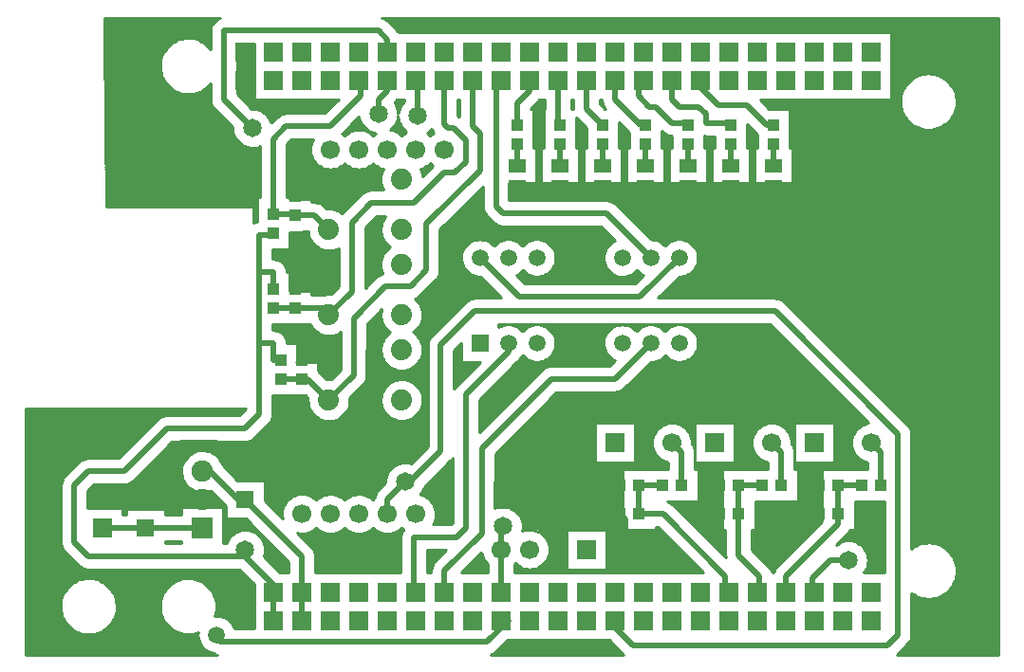
<source format=gbr>
G04 DipTrace 2.4.0.2*
%INTop.gbr*%
%MOIN*%
%ADD13C,0.02*%
%ADD14C,0.01*%
%ADD15R,0.0433X0.0394*%
%ADD16R,0.0394X0.0433*%
%ADD17R,0.0591X0.0512*%
%ADD18R,0.0669X0.0669*%
%ADD19C,0.0669*%
%ADD20R,0.065X0.065*%
%ADD21R,0.0591X0.0591*%
%ADD22C,0.0591*%
%ADD24C,0.074*%
%ADD25R,0.0748X0.0748*%
%ADD26C,0.0748*%
%ADD27C,0.063*%
%ADD28R,0.063X0.063*%
%ADD29C,0.0591*%
%ADD30C,0.065*%
%FSLAX44Y44*%
G04*
G70*
G90*
G75*
G01*
%LNTop*%
%LPD*%
X12690Y6190D2*
D13*
Y5190D1*
Y6190D2*
Y6440D1*
X11690Y7440D1*
X6190D1*
X5690Y7940D1*
Y9940D1*
X6190Y10440D1*
X7440D1*
X8940Y11940D1*
X11690D1*
X12190Y12440D1*
Y14940D1*
X12690D1*
Y14359D1*
X12940D1*
X12690Y16859D2*
Y17440D1*
X12190D1*
Y14940D1*
Y17440D2*
Y18752D1*
X12690D1*
Y18815D1*
X11690Y7690D2*
Y7440D1*
X13690Y5190D2*
Y6190D1*
Y7440D1*
X11690Y9440D1*
X11440D1*
X10440Y10440D1*
X10190D1*
X26940Y17940D2*
X25565Y16565D1*
X21315D1*
X19940Y17940D1*
X24855Y8940D2*
Y9940D1*
X28355Y8940D2*
Y9940D1*
X31855Y8940D2*
Y9940D1*
X22940Y14940D2*
X23940D1*
X22940Y17940D2*
X23940D1*
X21253Y20440D2*
X22753D1*
X24253D1*
X25753D1*
X27253D1*
X28753D1*
X30253D1*
X6690Y9440D2*
X8190D1*
X10190D1*
X8190D2*
Y10190D1*
X9440Y11440D1*
X10690D1*
X11690Y10440D1*
X14630Y14720D2*
X14051D1*
X13690Y14359D1*
X14630Y17720D2*
Y17880D1*
Y20720D2*
X14051D1*
X13440Y20109D1*
X14630Y17720D2*
X14301D1*
X13440Y16859D1*
X25065Y7690D2*
Y8730D1*
X24855Y8940D1*
X11690Y6190D2*
Y5190D1*
X16690Y25190D2*
Y25627D1*
X16377Y25940D1*
X10940D1*
Y23503D1*
X11940Y22503D1*
X16377Y23002D2*
Y23502D1*
X16690Y23815D1*
Y24190D1*
X31690Y6190D2*
X31628D1*
Y6690D1*
X32252Y7315D1*
X32878D1*
X24690Y5190D2*
Y4940D1*
X25315Y4315D1*
X34252D1*
X34627Y4690D1*
Y11753D1*
X30315Y16065D1*
X19752D1*
X18565Y14878D1*
Y11128D1*
X17565Y10128D1*
X17378D1*
X16690Y9440D1*
Y8940D1*
X17315Y10065D2*
X17565Y10128D1*
X10190Y8440D2*
X8190D1*
X6690D1*
X21253Y21940D2*
Y21188D1*
X22753D2*
Y21940D1*
X24253D2*
Y21188D1*
X12690Y19484D2*
X13440D1*
Y19440D1*
X14130D1*
X14630Y18940D1*
X12690Y19484D2*
Y22127D1*
X13128Y22565D1*
X14690D1*
X15753Y23628D1*
Y24127D1*
X15690Y24190D1*
X20690D2*
X20502D1*
Y19752D1*
X20753Y19502D1*
X24378D1*
X25940Y17940D1*
X17690Y6190D2*
X17628D1*
Y8127D1*
X19127D1*
X19440Y8440D1*
Y13128D1*
X20940Y14628D1*
Y14940D1*
X18690Y6190D2*
Y6940D1*
X20002Y8253D1*
Y11252D1*
X22440Y13690D1*
X24690D1*
X25940Y14940D1*
X34025Y9940D2*
Y11105D1*
X33690Y11440D1*
X32525Y9940D2*
Y8940D1*
Y9940D2*
X33355D1*
X32525Y8940D2*
Y8587D1*
X30690Y6753D1*
Y6190D1*
X27025Y9940D2*
Y11105D1*
X26690Y11440D1*
X30525Y9940D2*
Y11105D1*
X30190Y11440D1*
X29025Y9940D2*
X29855D1*
X29025D2*
Y8940D1*
Y7480D1*
X29752Y6753D1*
Y6190D1*
X29690D1*
X25525Y9940D2*
X26355D1*
X25525D2*
Y8940D1*
X26377D1*
X28565Y6752D1*
Y6190D1*
X28690D1*
X12690Y16190D2*
X13440D1*
X14380D1*
X14630Y15940D1*
X18690Y24190D2*
Y22628D1*
X18815Y22503D1*
X19002D1*
X19440Y22065D1*
Y21315D1*
X19065Y20940D1*
X18690D1*
X17628Y19877D1*
X16127D1*
X15440Y19190D1*
Y16750D1*
X14630Y15940D1*
X12940Y13690D2*
X13690D1*
X13880D1*
X14630Y12940D1*
X19690Y24190D2*
Y22565D1*
X19940Y22315D1*
Y21003D1*
X18065Y19128D1*
Y17503D1*
X17502Y16940D1*
X16628D1*
X15502Y15815D1*
Y13812D1*
X14630Y12940D1*
X25753Y21188D2*
Y21940D1*
X27253D2*
Y21188D1*
X28753D2*
Y21940D1*
X30253D2*
Y21188D1*
X27690Y24190D2*
Y23940D1*
X28315Y23315D1*
X29315D1*
X30021Y22609D1*
X30253D1*
X26690Y24190D2*
Y23503D1*
X26940Y23253D1*
X27628D1*
X27878Y23002D1*
Y22690D1*
X28753D1*
Y22609D1*
X25690Y24190D2*
X25503D1*
Y23628D1*
X25878Y23253D1*
X26127D1*
X26690Y22690D1*
X27172D1*
X27253Y22609D1*
X24690Y24190D2*
Y23503D1*
X25583Y22609D1*
X25753D1*
X23690Y24190D2*
Y23172D1*
X24253Y22609D1*
X22690Y24190D2*
Y22672D1*
X22753Y22609D1*
X21253D2*
Y23378D1*
X21690Y23815D1*
Y24190D1*
X17752Y22940D2*
Y24128D1*
X17690Y24190D1*
X20690Y5190D2*
X20940D1*
X20190Y4440D1*
X10815D1*
X10565Y4690D1*
X10690D1*
X20753Y8503D2*
X20690Y8440D1*
Y6190D1*
D30*
X32878Y7315D3*
X20753Y8503D3*
X25065Y7690D3*
X11940Y22503D3*
X16377Y23002D3*
X17752Y22940D3*
X11690Y7690D3*
X17315Y10065D3*
X5190Y11565D3*
X35503Y17877D3*
X7815Y5815D3*
X6751Y26291D2*
D14*
X10628D1*
X16690D2*
X38131D1*
X6752Y26193D2*
X10542D1*
X16791D2*
X38131D1*
X6752Y26094D2*
X10492D1*
X16890D2*
X38131D1*
X6754Y25995D2*
X10470D1*
X16988D2*
X38131D1*
X6755Y25897D2*
X10467D1*
X17077D2*
X38131D1*
X6755Y25798D2*
X10467D1*
X34388D2*
X38131D1*
X6757Y25699D2*
X10467D1*
X34388D2*
X38131D1*
X6757Y25600D2*
X9295D1*
X10085D2*
X10467D1*
X34388D2*
X38131D1*
X6759Y25502D2*
X9115D1*
X10265D2*
X10467D1*
X34388D2*
X38131D1*
X6760Y25403D2*
X8995D1*
X10385D2*
X10467D1*
X11413D2*
X11992D1*
X34388D2*
X38131D1*
X6760Y25304D2*
X8906D1*
X11413D2*
X11992D1*
X34388D2*
X38131D1*
X6762Y25206D2*
X8837D1*
X11413D2*
X11992D1*
X34388D2*
X38131D1*
X6762Y25107D2*
X8784D1*
X11413D2*
X11992D1*
X34388D2*
X38131D1*
X6763Y25008D2*
X8743D1*
X11413D2*
X11992D1*
X34388D2*
X38131D1*
X6763Y24910D2*
X8715D1*
X11413D2*
X11992D1*
X34388D2*
X38131D1*
X6765Y24811D2*
X8698D1*
X11413D2*
X11992D1*
X34388D2*
X38131D1*
X6766Y24712D2*
X8692D1*
X11413D2*
X11992D1*
X34388D2*
X38131D1*
X6766Y24614D2*
X8695D1*
X11413D2*
X11992D1*
X34388D2*
X38131D1*
X6768Y24515D2*
X8707D1*
X11413D2*
X11992D1*
X34388D2*
X38131D1*
X6768Y24416D2*
X8729D1*
X11413D2*
X11992D1*
X34388D2*
X35523D1*
X35857D2*
X38131D1*
X6770Y24318D2*
X8764D1*
X11413D2*
X11992D1*
X34388D2*
X35225D1*
X36155D2*
X38131D1*
X6771Y24219D2*
X8810D1*
X11413D2*
X11992D1*
X34388D2*
X35071D1*
X36309D2*
X38131D1*
X6771Y24120D2*
X8871D1*
X11413D2*
X11992D1*
X34388D2*
X34962D1*
X36418D2*
X38131D1*
X6773Y24021D2*
X8951D1*
X10429D2*
X10466D1*
X11413D2*
X11992D1*
X34388D2*
X34881D1*
X36499D2*
X38131D1*
X6773Y23923D2*
X9056D1*
X10324D2*
X10467D1*
X11413D2*
X11992D1*
X34388D2*
X34817D1*
X36563D2*
X38131D1*
X6774Y23824D2*
X9203D1*
X10177D2*
X10467D1*
X11413D2*
X11992D1*
X34388D2*
X34768D1*
X36612D2*
X38131D1*
X6776Y23725D2*
X9462D1*
X9918D2*
X10467D1*
X11413D2*
X11992D1*
X34388D2*
X34734D1*
X36646D2*
X38131D1*
X6776Y23627D2*
X10467D1*
X11482D2*
X11992D1*
X34388D2*
X34709D1*
X36671D2*
X38131D1*
X6777Y23528D2*
X10467D1*
X11580D2*
X11992D1*
X34388D2*
X34695D1*
X36685D2*
X38131D1*
X6777Y23429D2*
X10471D1*
X11679D2*
X14889D1*
X16971D2*
X17257D1*
X19163D2*
X19215D1*
X21971D2*
X22217D1*
X23163D2*
X23215D1*
X24163D2*
X24223D1*
X29866D2*
X34692D1*
X36688D2*
X38131D1*
X6779Y23331D2*
X10500D1*
X11777D2*
X14790D1*
X16993D2*
X17175D1*
X19163D2*
X19215D1*
X21871D2*
X22217D1*
X23163D2*
X23215D1*
X24198D2*
X24250D1*
X29965D2*
X34698D1*
X36682D2*
X38131D1*
X6779Y23232D2*
X10553D1*
X11876D2*
X14692D1*
X17037D2*
X17118D1*
X19163D2*
X19215D1*
X21773D2*
X22217D1*
X23163D2*
X23215D1*
X30063D2*
X34714D1*
X36666D2*
X38131D1*
X6780Y23133D2*
X10643D1*
X12227D2*
X14592D1*
X19163D2*
X19215D1*
X21823D2*
X22182D1*
X30823D2*
X34740D1*
X36640D2*
X38131D1*
X6782Y23035D2*
X10742D1*
X12387D2*
X14493D1*
X19163D2*
X19215D1*
X21823D2*
X22182D1*
X30823D2*
X34778D1*
X36602D2*
X38131D1*
X6782Y22936D2*
X10840D1*
X12485D2*
X12839D1*
X19177D2*
X19215D1*
X21823D2*
X22182D1*
X30823D2*
X34829D1*
X36551D2*
X38131D1*
X6784Y22837D2*
X10939D1*
X12552D2*
X12734D1*
X15629D2*
X15698D1*
X21823D2*
X22182D1*
X23323D2*
X23359D1*
X30823D2*
X34896D1*
X36484D2*
X38131D1*
X6784Y22739D2*
X11039D1*
X12598D2*
X12635D1*
X15529D2*
X15731D1*
X17024D2*
X17084D1*
X21823D2*
X22182D1*
X23323D2*
X23457D1*
X30823D2*
X34982D1*
X36398D2*
X38131D1*
X6785Y22640D2*
X11137D1*
X15430D2*
X15782D1*
X16973D2*
X17123D1*
X21823D2*
X22182D1*
X23323D2*
X23556D1*
X24823D2*
X24887D1*
X30823D2*
X35100D1*
X36280D2*
X38131D1*
X6787Y22541D2*
X11235D1*
X15332D2*
X15856D1*
X16899D2*
X17181D1*
X21823D2*
X22182D1*
X23323D2*
X23654D1*
X24823D2*
X24985D1*
X29323D2*
X29423D1*
X30823D2*
X35268D1*
X36112D2*
X38131D1*
X6787Y22442D2*
X11243D1*
X15234D2*
X15571D1*
X15809D2*
X15967D1*
X16809D2*
X17267D1*
X21823D2*
X22182D1*
X23323D2*
X23682D1*
X24823D2*
X25084D1*
X29323D2*
X29521D1*
X30823D2*
X38131D1*
X6788Y22344D2*
X11259D1*
X15135D2*
X15309D1*
X16071D2*
X16165D1*
X17071D2*
X17309D1*
X18107D2*
X18309D1*
X21823D2*
X22182D1*
X23323D2*
X23682D1*
X24823D2*
X25182D1*
X26323D2*
X26372D1*
X29323D2*
X29620D1*
X30823D2*
X38131D1*
X6788Y22245D2*
X11292D1*
X21823D2*
X22182D1*
X23323D2*
X23682D1*
X24823D2*
X25182D1*
X26323D2*
X26548D1*
X29323D2*
X29682D1*
X30823D2*
X38131D1*
X6790Y22146D2*
X11340D1*
X21823D2*
X22182D1*
X23323D2*
X23682D1*
X24823D2*
X25182D1*
X26323D2*
X26682D1*
X27823D2*
X28182D1*
X29323D2*
X29682D1*
X30823D2*
X38131D1*
X6790Y22048D2*
X11412D1*
X13276D2*
X14046D1*
X21823D2*
X22182D1*
X23323D2*
X23682D1*
X24823D2*
X25182D1*
X26323D2*
X26682D1*
X27823D2*
X28182D1*
X29323D2*
X29682D1*
X30823D2*
X38131D1*
X6791Y21949D2*
X11520D1*
X13177D2*
X14010D1*
X21823D2*
X22182D1*
X23323D2*
X23682D1*
X24823D2*
X25182D1*
X26323D2*
X26682D1*
X27823D2*
X28182D1*
X29323D2*
X29682D1*
X30823D2*
X38131D1*
X6793Y21850D2*
X11707D1*
X12173D2*
X12217D1*
X13163D2*
X13989D1*
X21823D2*
X22182D1*
X23323D2*
X23682D1*
X24823D2*
X25182D1*
X26323D2*
X26682D1*
X27823D2*
X28182D1*
X29323D2*
X29682D1*
X30823D2*
X38131D1*
X6793Y21752D2*
X12217D1*
X13163D2*
X13981D1*
X21921D2*
X22084D1*
X23421D2*
X23584D1*
X24921D2*
X25084D1*
X26421D2*
X26584D1*
X27921D2*
X28084D1*
X29421D2*
X29584D1*
X30921D2*
X38131D1*
X6795Y21653D2*
X12217D1*
X13163D2*
X13989D1*
X21921D2*
X22084D1*
X23421D2*
X23584D1*
X24921D2*
X25084D1*
X26421D2*
X26584D1*
X27921D2*
X28084D1*
X29421D2*
X29584D1*
X30921D2*
X38131D1*
X6795Y21554D2*
X12217D1*
X13163D2*
X14010D1*
X21921D2*
X22084D1*
X23421D2*
X23584D1*
X24921D2*
X25084D1*
X26421D2*
X26584D1*
X27921D2*
X28084D1*
X29421D2*
X29584D1*
X30921D2*
X38131D1*
X6796Y21456D2*
X12217D1*
X13163D2*
X14048D1*
X21921D2*
X22084D1*
X23421D2*
X23584D1*
X24921D2*
X25084D1*
X26421D2*
X26584D1*
X27921D2*
X28084D1*
X29421D2*
X29584D1*
X30921D2*
X38131D1*
X6798Y21357D2*
X12217D1*
X13163D2*
X14104D1*
X21921D2*
X22084D1*
X23421D2*
X23584D1*
X24921D2*
X25084D1*
X26421D2*
X26584D1*
X27921D2*
X28084D1*
X29421D2*
X29584D1*
X30921D2*
X38131D1*
X6798Y21258D2*
X12217D1*
X13163D2*
X14187D1*
X21921D2*
X22084D1*
X23421D2*
X23584D1*
X24921D2*
X25084D1*
X26421D2*
X26584D1*
X27921D2*
X28084D1*
X29421D2*
X29584D1*
X30921D2*
X38131D1*
X6799Y21160D2*
X12217D1*
X13163D2*
X14310D1*
X15070D2*
X15310D1*
X16070D2*
X16310D1*
X18070D2*
X18243D1*
X21921D2*
X22084D1*
X23421D2*
X23584D1*
X24921D2*
X25084D1*
X26421D2*
X26584D1*
X27921D2*
X28084D1*
X29421D2*
X29584D1*
X30921D2*
X38131D1*
X6799Y21061D2*
X12217D1*
X13163D2*
X14582D1*
X14798D2*
X15582D1*
X15798D2*
X16531D1*
X17849D2*
X18145D1*
X21921D2*
X22084D1*
X23421D2*
X23584D1*
X24921D2*
X25084D1*
X26421D2*
X26584D1*
X27921D2*
X28084D1*
X29421D2*
X29584D1*
X30921D2*
X38131D1*
X6801Y20962D2*
X12217D1*
X13163D2*
X16487D1*
X17893D2*
X18046D1*
X21921D2*
X22084D1*
X23421D2*
X23584D1*
X24921D2*
X25084D1*
X26421D2*
X26584D1*
X27921D2*
X28084D1*
X29421D2*
X29584D1*
X30921D2*
X38131D1*
X6801Y20863D2*
X12217D1*
X13163D2*
X16460D1*
X21921D2*
X22084D1*
X23421D2*
X23584D1*
X24921D2*
X25084D1*
X26421D2*
X26584D1*
X27921D2*
X28084D1*
X29421D2*
X29584D1*
X30921D2*
X38131D1*
X6802Y20765D2*
X12217D1*
X13163D2*
X16448D1*
X21921D2*
X22084D1*
X23421D2*
X23584D1*
X24921D2*
X25084D1*
X26421D2*
X26584D1*
X27921D2*
X28084D1*
X29421D2*
X29584D1*
X30921D2*
X38131D1*
X6804Y20666D2*
X12217D1*
X13163D2*
X16448D1*
X21921D2*
X22084D1*
X23421D2*
X23584D1*
X24921D2*
X25084D1*
X26421D2*
X26584D1*
X27921D2*
X28084D1*
X29421D2*
X29584D1*
X30921D2*
X38131D1*
X6804Y20567D2*
X12217D1*
X13163D2*
X16462D1*
X20976D2*
X38131D1*
X6805Y20469D2*
X12217D1*
X13163D2*
X16490D1*
X20976D2*
X38131D1*
X6805Y20370D2*
X12217D1*
X13163D2*
X16535D1*
X19974D2*
X20029D1*
X20976D2*
X38131D1*
X6807Y20271D2*
X12217D1*
X13163D2*
X15873D1*
X19874D2*
X20029D1*
X20976D2*
X38131D1*
X6809Y20173D2*
X12217D1*
X13163D2*
X15757D1*
X19776D2*
X20029D1*
X20976D2*
X38131D1*
X6809Y20074D2*
X12217D1*
X13163D2*
X15657D1*
X19677D2*
X20029D1*
X20976D2*
X38131D1*
X6810Y19975D2*
X12120D1*
X14010D2*
X15559D1*
X19579D2*
X20029D1*
X20976D2*
X38131D1*
X6810Y19877D2*
X12120D1*
X14296D2*
X15460D1*
X19480D2*
X20029D1*
X24662D2*
X38131D1*
X6812Y19778D2*
X12120D1*
X14457D2*
X15362D1*
X19382D2*
X20029D1*
X24768D2*
X38131D1*
X11999Y19679D2*
X12120D1*
X14557D2*
X15264D1*
X19282D2*
X20034D1*
X24866D2*
X38131D1*
X11999Y19581D2*
X12120D1*
X14998D2*
X15165D1*
X19184D2*
X20062D1*
X24965D2*
X38131D1*
X11999Y19482D2*
X12120D1*
X19085D2*
X20115D1*
X25065D2*
X38131D1*
X11999Y19383D2*
X12120D1*
X16299D2*
X16595D1*
X18987D2*
X20206D1*
X25163D2*
X38131D1*
X11999Y19284D2*
X12120D1*
X16201D2*
X16532D1*
X18888D2*
X20304D1*
X25262D2*
X38131D1*
X16102Y19186D2*
X16489D1*
X18790D2*
X20403D1*
X25360D2*
X38131D1*
X16002Y19087D2*
X16460D1*
X18690D2*
X20535D1*
X25459D2*
X38131D1*
X15913Y18988D2*
X16448D1*
X18591D2*
X24226D1*
X25557D2*
X38131D1*
X15913Y18890D2*
X16448D1*
X18538D2*
X24325D1*
X25657D2*
X38131D1*
X13260Y18791D2*
X13901D1*
X15913D2*
X16462D1*
X18538D2*
X24423D1*
X25755D2*
X38131D1*
X13260Y18692D2*
X13929D1*
X15913D2*
X16489D1*
X18538D2*
X24521D1*
X25854D2*
X38131D1*
X13260Y18594D2*
X13973D1*
X15913D2*
X16532D1*
X18538D2*
X19845D1*
X20035D2*
X20845D1*
X21035D2*
X21845D1*
X22035D2*
X24620D1*
X26035D2*
X26845D1*
X27035D2*
X38131D1*
X13260Y18495D2*
X14037D1*
X15913D2*
X16596D1*
X18538D2*
X19575D1*
X20305D2*
X20575D1*
X21305D2*
X21575D1*
X22305D2*
X24575D1*
X26305D2*
X26575D1*
X27305D2*
X38131D1*
X13260Y18396D2*
X14128D1*
X15913D2*
X16687D1*
X18538D2*
X19454D1*
X22426D2*
X24454D1*
X27426D2*
X38131D1*
X13260Y18298D2*
X14265D1*
X15913D2*
X16728D1*
X18538D2*
X19376D1*
X22504D2*
X24376D1*
X27504D2*
X38131D1*
X12663Y18199D2*
X14967D1*
X15913D2*
X16625D1*
X18538D2*
X19325D1*
X22555D2*
X24325D1*
X27555D2*
X38131D1*
X12663Y18100D2*
X14967D1*
X15913D2*
X16553D1*
X18538D2*
X19290D1*
X22590D2*
X24290D1*
X27590D2*
X38131D1*
X12663Y18002D2*
X14967D1*
X15913D2*
X16503D1*
X18538D2*
X19273D1*
X22607D2*
X24273D1*
X27607D2*
X38131D1*
X12730Y17903D2*
X14967D1*
X15913D2*
X16470D1*
X18538D2*
X19271D1*
X22609D2*
X24271D1*
X27609D2*
X38131D1*
X12987Y17804D2*
X14967D1*
X15913D2*
X16451D1*
X18538D2*
X19285D1*
X22595D2*
X24285D1*
X27595D2*
X38131D1*
X13080Y17705D2*
X14967D1*
X15913D2*
X16446D1*
X18538D2*
X19314D1*
X22566D2*
X24314D1*
X27566D2*
X38131D1*
X13134Y17607D2*
X14967D1*
X15913D2*
X16454D1*
X18538D2*
X19362D1*
X22518D2*
X24362D1*
X27518D2*
X38131D1*
X13159Y17508D2*
X14967D1*
X15913D2*
X16478D1*
X18538D2*
X19432D1*
X22448D2*
X24432D1*
X27448D2*
X38131D1*
X13260Y17409D2*
X14967D1*
X15913D2*
X16515D1*
X18529D2*
X19539D1*
X21341D2*
X21539D1*
X22341D2*
X24539D1*
X25341D2*
X25539D1*
X27341D2*
X38131D1*
X13260Y17311D2*
X14967D1*
X15913D2*
X16339D1*
X18498D2*
X19734D1*
X21235D2*
X21734D1*
X22146D2*
X24734D1*
X25146D2*
X25645D1*
X27146D2*
X38131D1*
X13260Y17212D2*
X14967D1*
X15913D2*
X16234D1*
X18437D2*
X20003D1*
X21334D2*
X25546D1*
X26877D2*
X38131D1*
X13260Y17113D2*
X14967D1*
X15913D2*
X16135D1*
X18341D2*
X20101D1*
X21432D2*
X25448D1*
X26779D2*
X38131D1*
X13260Y17015D2*
X14967D1*
X15913D2*
X16035D1*
X18243D2*
X20200D1*
X26680D2*
X38131D1*
X13260Y16916D2*
X14940D1*
X18145D2*
X20298D1*
X26582D2*
X38131D1*
X13260Y16817D2*
X14842D1*
X18046D2*
X20396D1*
X26484D2*
X38131D1*
X14010Y16719D2*
X14743D1*
X17948D2*
X20495D1*
X26385D2*
X38131D1*
X17848Y16620D2*
X20595D1*
X26285D2*
X38131D1*
X17712Y16521D2*
X19659D1*
X30409D2*
X38131D1*
X17752Y16423D2*
X19446D1*
X30621D2*
X38131D1*
X17826Y16324D2*
X19345D1*
X30723D2*
X38131D1*
X17876Y16225D2*
X19246D1*
X30821D2*
X38131D1*
X17910Y16126D2*
X19148D1*
X30920D2*
X38131D1*
X16382Y16028D2*
X16451D1*
X17929D2*
X19050D1*
X31018D2*
X38131D1*
X16282Y15929D2*
X16446D1*
X17934D2*
X18951D1*
X31116D2*
X38131D1*
X16184Y15830D2*
X16454D1*
X17926D2*
X18853D1*
X31215D2*
X38131D1*
X16085Y15732D2*
X16476D1*
X17904D2*
X18753D1*
X31315D2*
X38131D1*
X15987Y15633D2*
X16514D1*
X17866D2*
X18654D1*
X31413D2*
X38131D1*
X12663Y15534D2*
X14009D1*
X15976D2*
X16568D1*
X17812D2*
X18556D1*
X20609D2*
X20644D1*
X21235D2*
X21645D1*
X22235D2*
X24645D1*
X25235D2*
X25645D1*
X26235D2*
X26645D1*
X27235D2*
X30179D1*
X31512D2*
X38131D1*
X12663Y15436D2*
X14087D1*
X15976D2*
X16646D1*
X17734D2*
X18457D1*
X21385D2*
X21495D1*
X22385D2*
X24495D1*
X25385D2*
X25495D1*
X26385D2*
X26495D1*
X27385D2*
X30278D1*
X31610D2*
X38131D1*
X12940Y15337D2*
X14201D1*
X15976D2*
X16762D1*
X17618D2*
X18359D1*
X22476D2*
X24404D1*
X27476D2*
X30378D1*
X31709D2*
X38131D1*
X13055Y15238D2*
X14406D1*
X14855D2*
X15029D1*
X15976D2*
X16660D1*
X17720D2*
X18260D1*
X22538D2*
X24342D1*
X27538D2*
X30476D1*
X31807D2*
X38131D1*
X13118Y15140D2*
X15029D1*
X15976D2*
X16578D1*
X17802D2*
X18173D1*
X22579D2*
X24301D1*
X27579D2*
X30575D1*
X31907D2*
X38131D1*
X13152Y15041D2*
X15029D1*
X15976D2*
X16520D1*
X17860D2*
X18121D1*
X22601D2*
X24279D1*
X27601D2*
X30673D1*
X32005D2*
X38131D1*
X13163Y14942D2*
X15029D1*
X15976D2*
X16481D1*
X17899D2*
X18096D1*
X22609D2*
X24271D1*
X27609D2*
X30771D1*
X32104D2*
X38131D1*
X13510Y14844D2*
X15029D1*
X15976D2*
X16457D1*
X17923D2*
X18092D1*
X19198D2*
X19271D1*
X22602D2*
X24278D1*
X27602D2*
X30870D1*
X32202D2*
X38131D1*
X13510Y14745D2*
X15029D1*
X15976D2*
X16446D1*
X17934D2*
X18092D1*
X19098D2*
X19271D1*
X22579D2*
X24301D1*
X27579D2*
X30970D1*
X32301D2*
X38131D1*
X13510Y14646D2*
X15029D1*
X15976D2*
X16450D1*
X17930D2*
X18092D1*
X19038D2*
X19271D1*
X22540D2*
X24340D1*
X27540D2*
X31068D1*
X32399D2*
X38131D1*
X13510Y14547D2*
X15029D1*
X15976D2*
X16467D1*
X17913D2*
X18092D1*
X19038D2*
X19271D1*
X22479D2*
X24401D1*
X27479D2*
X31167D1*
X32499D2*
X38131D1*
X13510Y14449D2*
X15029D1*
X15976D2*
X16498D1*
X17882D2*
X18092D1*
X19038D2*
X19271D1*
X21390D2*
X21490D1*
X22390D2*
X24490D1*
X26390D2*
X26490D1*
X27390D2*
X31265D1*
X32598D2*
X38131D1*
X13510Y14350D2*
X15029D1*
X15976D2*
X16546D1*
X17834D2*
X18092D1*
X19038D2*
X19271D1*
X21321D2*
X21635D1*
X22245D2*
X24635D1*
X26245D2*
X26635D1*
X27245D2*
X31364D1*
X32696D2*
X38131D1*
X14260Y14251D2*
X15029D1*
X15976D2*
X16615D1*
X17765D2*
X18092D1*
X19038D2*
X19898D1*
X21230D2*
X24585D1*
X25918D2*
X31462D1*
X32795D2*
X38131D1*
X14260Y14153D2*
X15029D1*
X15976D2*
X16715D1*
X17665D2*
X18092D1*
X19038D2*
X19800D1*
X21130D2*
X22398D1*
X25818D2*
X31562D1*
X32893D2*
X38131D1*
X14260Y14054D2*
X15029D1*
X15976D2*
X16871D1*
X17509D2*
X18092D1*
X19038D2*
X19701D1*
X21032D2*
X22143D1*
X25720D2*
X31660D1*
X32991D2*
X38131D1*
X14280Y13955D2*
X14979D1*
X15976D2*
X18092D1*
X19038D2*
X19601D1*
X20934D2*
X22039D1*
X25621D2*
X31759D1*
X33091D2*
X38131D1*
X14379Y13857D2*
X14881D1*
X15976D2*
X18092D1*
X19038D2*
X19503D1*
X20835D2*
X21940D1*
X25523D2*
X31857D1*
X33190D2*
X38131D1*
X14477Y13758D2*
X14782D1*
X15973D2*
X18092D1*
X19038D2*
X19404D1*
X20737D2*
X21842D1*
X25424D2*
X31956D1*
X33288D2*
X38131D1*
X15951Y13659D2*
X17034D1*
X17346D2*
X18092D1*
X19038D2*
X19306D1*
X20638D2*
X21743D1*
X25326D2*
X32054D1*
X33387D2*
X38131D1*
X15902Y13561D2*
X16789D1*
X17591D2*
X18092D1*
X19038D2*
X19207D1*
X20540D2*
X21645D1*
X25227D2*
X32153D1*
X33485D2*
X38131D1*
X15818Y13462D2*
X16664D1*
X17716D2*
X18092D1*
X19038D2*
X19109D1*
X20440D2*
X21546D1*
X25127D2*
X32253D1*
X33584D2*
X38131D1*
X15720Y13363D2*
X16581D1*
X17799D2*
X18092D1*
X20341D2*
X21448D1*
X25029D2*
X32351D1*
X33682D2*
X38131D1*
X15621Y13265D2*
X16521D1*
X17859D2*
X18092D1*
X20243D2*
X21348D1*
X24885D2*
X32450D1*
X33782D2*
X38131D1*
X15521Y13166D2*
X16482D1*
X17898D2*
X18092D1*
X20145D2*
X21250D1*
X22582D2*
X32548D1*
X33880D2*
X38131D1*
X12663Y13067D2*
X13837D1*
X15423D2*
X16457D1*
X17923D2*
X18092D1*
X20046D2*
X21151D1*
X22484D2*
X32646D1*
X33979D2*
X38131D1*
X12663Y12968D2*
X13887D1*
X15373D2*
X16446D1*
X17934D2*
X18092D1*
X19948D2*
X21053D1*
X22385D2*
X32745D1*
X34077D2*
X38131D1*
X12663Y12870D2*
X13890D1*
X15371D2*
X16450D1*
X17930D2*
X18092D1*
X19913D2*
X20954D1*
X22285D2*
X32845D1*
X34176D2*
X38131D1*
X12663Y12771D2*
X13906D1*
X15354D2*
X16465D1*
X17915D2*
X18092D1*
X19913D2*
X20856D1*
X22187D2*
X32943D1*
X34274D2*
X38131D1*
X12663Y12672D2*
X13937D1*
X15323D2*
X16496D1*
X17884D2*
X18092D1*
X19913D2*
X20756D1*
X22088D2*
X33042D1*
X34374D2*
X38131D1*
X4000Y12574D2*
X11657D1*
X12663D2*
X13984D1*
X15276D2*
X16545D1*
X17835D2*
X18092D1*
X19913D2*
X20657D1*
X21990D2*
X33140D1*
X34473D2*
X38131D1*
X4000Y12475D2*
X11559D1*
X12663D2*
X14053D1*
X15207D2*
X16612D1*
X17768D2*
X18092D1*
X19913D2*
X20559D1*
X21891D2*
X33239D1*
X34571D2*
X38131D1*
X4000Y12376D2*
X8773D1*
X12660D2*
X14150D1*
X15110D2*
X16710D1*
X17670D2*
X18092D1*
X19913D2*
X20460D1*
X21793D2*
X33337D1*
X34670D2*
X38131D1*
X4000Y12278D2*
X8612D1*
X12635D2*
X14304D1*
X14955D2*
X16864D1*
X17516D2*
X18092D1*
X19913D2*
X20362D1*
X21693D2*
X33437D1*
X34768D2*
X38131D1*
X4000Y12179D2*
X8514D1*
X12584D2*
X18092D1*
X19913D2*
X20264D1*
X21595D2*
X33535D1*
X34866D2*
X38131D1*
X4000Y12080D2*
X8414D1*
X12496D2*
X18092D1*
X19913D2*
X20164D1*
X21496D2*
X23981D1*
X25399D2*
X26401D1*
X26979D2*
X27481D1*
X28899D2*
X29901D1*
X30479D2*
X30981D1*
X32399D2*
X33401D1*
X34966D2*
X38131D1*
X4000Y11982D2*
X8315D1*
X12398D2*
X18092D1*
X19913D2*
X20065D1*
X21398D2*
X23981D1*
X25399D2*
X26239D1*
X27141D2*
X27481D1*
X28899D2*
X29739D1*
X30641D2*
X30981D1*
X32399D2*
X33239D1*
X35041D2*
X38131D1*
X4000Y11883D2*
X8217D1*
X12299D2*
X18092D1*
X19913D2*
X19968D1*
X21299D2*
X23981D1*
X25399D2*
X26140D1*
X27240D2*
X27481D1*
X28899D2*
X29640D1*
X30740D2*
X30981D1*
X32399D2*
X33140D1*
X35082D2*
X38131D1*
X4000Y11784D2*
X8118D1*
X12201D2*
X18092D1*
X21201D2*
X23981D1*
X25399D2*
X26073D1*
X27307D2*
X27481D1*
X28899D2*
X29573D1*
X30807D2*
X30981D1*
X32399D2*
X33073D1*
X35101D2*
X38131D1*
X4000Y11686D2*
X8020D1*
X12101D2*
X18092D1*
X21101D2*
X23981D1*
X25399D2*
X26026D1*
X27354D2*
X27481D1*
X28899D2*
X29526D1*
X30854D2*
X30981D1*
X32399D2*
X33026D1*
X35101D2*
X38131D1*
X4000Y11587D2*
X7921D1*
X12001D2*
X18092D1*
X21002D2*
X23981D1*
X25399D2*
X25996D1*
X27384D2*
X27481D1*
X28899D2*
X29496D1*
X30884D2*
X30981D1*
X32399D2*
X32996D1*
X35101D2*
X38131D1*
X4000Y11488D2*
X7821D1*
X11805D2*
X18092D1*
X20904D2*
X23981D1*
X25399D2*
X25984D1*
X27396D2*
X27481D1*
X28899D2*
X29484D1*
X30896D2*
X30981D1*
X32399D2*
X32984D1*
X35101D2*
X38131D1*
X4000Y11389D2*
X7723D1*
X9055D2*
X18092D1*
X20805D2*
X23981D1*
X25399D2*
X25984D1*
X27401D2*
X27481D1*
X28899D2*
X29484D1*
X30901D2*
X30981D1*
X32399D2*
X32984D1*
X35101D2*
X38131D1*
X4000Y11291D2*
X7625D1*
X8957D2*
X18062D1*
X20707D2*
X23981D1*
X25399D2*
X25998D1*
X28899D2*
X29498D1*
X32399D2*
X32998D1*
X35101D2*
X38131D1*
X4000Y11192D2*
X7526D1*
X8859D2*
X17964D1*
X20609D2*
X23981D1*
X25399D2*
X26028D1*
X28899D2*
X29528D1*
X32399D2*
X33028D1*
X35101D2*
X38131D1*
X4000Y11093D2*
X7428D1*
X8760D2*
X9837D1*
X10543D2*
X17865D1*
X20510D2*
X23981D1*
X25399D2*
X26073D1*
X28899D2*
X29573D1*
X32399D2*
X33073D1*
X35101D2*
X38131D1*
X4000Y10995D2*
X7329D1*
X8660D2*
X9693D1*
X10687D2*
X17767D1*
X20476D2*
X23981D1*
X25399D2*
X26142D1*
X28899D2*
X29642D1*
X32399D2*
X33142D1*
X35101D2*
X38131D1*
X4000Y10896D2*
X6095D1*
X8562D2*
X9600D1*
X10780D2*
X17668D1*
X20476D2*
X23981D1*
X25399D2*
X26242D1*
X28899D2*
X29742D1*
X32399D2*
X33242D1*
X35101D2*
X38131D1*
X4000Y10797D2*
X5884D1*
X8463D2*
X9534D1*
X10846D2*
X17568D1*
X18901D2*
X18966D1*
X20476D2*
X23981D1*
X25399D2*
X26406D1*
X28899D2*
X29906D1*
X32399D2*
X33406D1*
X35101D2*
X38131D1*
X4000Y10699D2*
X5782D1*
X8365D2*
X9489D1*
X10891D2*
X17035D1*
X18802D2*
X18967D1*
X20476D2*
X26551D1*
X27499D2*
X30051D1*
X30999D2*
X33551D1*
X35101D2*
X38131D1*
X4000Y10600D2*
X5684D1*
X8266D2*
X9459D1*
X10946D2*
X16871D1*
X18704D2*
X18967D1*
X20476D2*
X26551D1*
X27499D2*
X30051D1*
X30999D2*
X33551D1*
X35101D2*
X38131D1*
X4000Y10501D2*
X5585D1*
X8168D2*
X9445D1*
X11045D2*
X16771D1*
X18605D2*
X18967D1*
X20476D2*
X26551D1*
X27499D2*
X30051D1*
X30999D2*
X33551D1*
X35101D2*
X38131D1*
X4000Y10403D2*
X5487D1*
X8068D2*
X9443D1*
X11143D2*
X16704D1*
X18505D2*
X18967D1*
X20476D2*
X24934D1*
X27615D2*
X28434D1*
X31115D2*
X31934D1*
X35101D2*
X38131D1*
X4000Y10304D2*
X5389D1*
X7970D2*
X9454D1*
X11241D2*
X16659D1*
X18407D2*
X18967D1*
X20476D2*
X24934D1*
X27615D2*
X28434D1*
X31115D2*
X31934D1*
X35101D2*
X38131D1*
X4000Y10205D2*
X5300D1*
X7871D2*
X9481D1*
X11341D2*
X16631D1*
X18309D2*
X18967D1*
X20476D2*
X24934D1*
X27615D2*
X28434D1*
X31115D2*
X31934D1*
X35101D2*
X38131D1*
X4000Y10107D2*
X5246D1*
X7773D2*
X9521D1*
X12379D2*
X16617D1*
X18210D2*
X18967D1*
X20476D2*
X24934D1*
X27615D2*
X28434D1*
X31115D2*
X31934D1*
X35101D2*
X38131D1*
X4000Y10008D2*
X5221D1*
X7618D2*
X9582D1*
X12379D2*
X16592D1*
X18112D2*
X18967D1*
X20476D2*
X24934D1*
X27615D2*
X28434D1*
X31115D2*
X31934D1*
X35101D2*
X38131D1*
X4000Y9909D2*
X5217D1*
X6326D2*
X9667D1*
X12379D2*
X16493D1*
X18013D2*
X18967D1*
X20476D2*
X24934D1*
X27615D2*
X28434D1*
X31115D2*
X31934D1*
X35101D2*
X38131D1*
X4000Y9810D2*
X5217D1*
X6226D2*
X9795D1*
X12379D2*
X16395D1*
X17965D2*
X18967D1*
X20476D2*
X24934D1*
X27615D2*
X28434D1*
X31115D2*
X31934D1*
X35101D2*
X38131D1*
X4000Y9712D2*
X5217D1*
X6163D2*
X10060D1*
X10320D2*
X10503D1*
X12379D2*
X16304D1*
X17916D2*
X18967D1*
X20476D2*
X24934D1*
X27615D2*
X28434D1*
X31115D2*
X31934D1*
X35101D2*
X38131D1*
X4000Y9613D2*
X5217D1*
X6163D2*
X10601D1*
X12379D2*
X13493D1*
X13887D2*
X14493D1*
X14887D2*
X15493D1*
X15887D2*
X16250D1*
X17887D2*
X18967D1*
X20476D2*
X24934D1*
X27615D2*
X28434D1*
X31115D2*
X31934D1*
X35101D2*
X38131D1*
X4000Y9514D2*
X5217D1*
X6163D2*
X10700D1*
X12379D2*
X13282D1*
X14098D2*
X14282D1*
X15098D2*
X15282D1*
X16098D2*
X16221D1*
X18098D2*
X18967D1*
X20476D2*
X24934D1*
X27615D2*
X28434D1*
X31115D2*
X31934D1*
X35101D2*
X38131D1*
X4000Y9416D2*
X5217D1*
X6163D2*
X10798D1*
X12380D2*
X13168D1*
X18212D2*
X18967D1*
X20476D2*
X24934D1*
X27615D2*
X28434D1*
X31115D2*
X31934D1*
X35101D2*
X38131D1*
X4000Y9317D2*
X5217D1*
X6163D2*
X10896D1*
X12479D2*
X13092D1*
X18288D2*
X18967D1*
X20476D2*
X24934D1*
X26657D2*
X28434D1*
X29615D2*
X31934D1*
X33115D2*
X34154D1*
X35101D2*
X38131D1*
X4000Y9218D2*
X5217D1*
X6163D2*
X10996D1*
X12577D2*
X13039D1*
X18341D2*
X18967D1*
X20476D2*
X24934D1*
X26765D2*
X28434D1*
X29615D2*
X31934D1*
X33115D2*
X34154D1*
X35101D2*
X38131D1*
X4000Y9120D2*
X5217D1*
X7399D2*
X9442D1*
X10938D2*
X11001D1*
X12676D2*
X13004D1*
X18376D2*
X18967D1*
X21068D2*
X24934D1*
X26863D2*
X28434D1*
X29615D2*
X31934D1*
X33115D2*
X34154D1*
X35101D2*
X38131D1*
X4000Y9021D2*
X5217D1*
X7399D2*
X7501D1*
X8879D2*
X9442D1*
X10938D2*
X11001D1*
X12776D2*
X12985D1*
X18395D2*
X18967D1*
X21216D2*
X24934D1*
X26963D2*
X28434D1*
X29615D2*
X31934D1*
X33115D2*
X34154D1*
X35101D2*
X38131D1*
X4000Y8922D2*
X5217D1*
X7399D2*
X7501D1*
X8879D2*
X9442D1*
X10938D2*
X11001D1*
X12874D2*
X12982D1*
X18398D2*
X18967D1*
X21309D2*
X24934D1*
X27062D2*
X28434D1*
X29615D2*
X31934D1*
X33115D2*
X34154D1*
X35101D2*
X38131D1*
X4000Y8824D2*
X5217D1*
X10938D2*
X11001D1*
X18388D2*
X18967D1*
X21373D2*
X24934D1*
X27160D2*
X28434D1*
X29615D2*
X31934D1*
X33115D2*
X34154D1*
X35101D2*
X38131D1*
X4000Y8725D2*
X5217D1*
X10938D2*
X11739D1*
X18365D2*
X18967D1*
X21415D2*
X24934D1*
X27259D2*
X28434D1*
X29615D2*
X31934D1*
X33115D2*
X34154D1*
X35101D2*
X38131D1*
X4000Y8626D2*
X5217D1*
X10938D2*
X11837D1*
X18324D2*
X18960D1*
X21440D2*
X24934D1*
X27357D2*
X28434D1*
X29615D2*
X31898D1*
X33115D2*
X34154D1*
X35101D2*
X38131D1*
X4000Y8528D2*
X5217D1*
X10938D2*
X11937D1*
X21451D2*
X24934D1*
X27455D2*
X28434D1*
X29615D2*
X31800D1*
X33115D2*
X34154D1*
X35101D2*
X38131D1*
X4000Y8429D2*
X5217D1*
X10938D2*
X12035D1*
X21448D2*
X24934D1*
X26115D2*
X26223D1*
X27554D2*
X28434D1*
X29615D2*
X31701D1*
X33115D2*
X34154D1*
X35101D2*
X38131D1*
X4000Y8330D2*
X5217D1*
X10938D2*
X11426D1*
X11954D2*
X12134D1*
X14040D2*
X14340D1*
X15040D2*
X15340D1*
X16040D2*
X16340D1*
X17040D2*
X17200D1*
X21979D2*
X22981D1*
X24399D2*
X26321D1*
X27654D2*
X28551D1*
X29499D2*
X31601D1*
X32921D2*
X34154D1*
X35101D2*
X38131D1*
X4000Y8231D2*
X5217D1*
X10938D2*
X11254D1*
X12126D2*
X12232D1*
X13565D2*
X17165D1*
X22141D2*
X22981D1*
X24399D2*
X26420D1*
X27752D2*
X28551D1*
X29499D2*
X31503D1*
X32835D2*
X34154D1*
X35101D2*
X38131D1*
X4000Y8133D2*
X5217D1*
X10938D2*
X11153D1*
X12227D2*
X12331D1*
X13663D2*
X17154D1*
X22240D2*
X22981D1*
X24399D2*
X26518D1*
X27851D2*
X28551D1*
X29499D2*
X31404D1*
X32737D2*
X34154D1*
X35101D2*
X38131D1*
X4000Y8034D2*
X5217D1*
X10938D2*
X11084D1*
X12296D2*
X12429D1*
X13762D2*
X17154D1*
X22309D2*
X22981D1*
X24399D2*
X26617D1*
X27949D2*
X28551D1*
X29499D2*
X31306D1*
X32638D2*
X34154D1*
X35101D2*
X38131D1*
X4000Y7935D2*
X5217D1*
X8879D2*
X9442D1*
X10938D2*
X11037D1*
X12343D2*
X12529D1*
X13860D2*
X17154D1*
X22354D2*
X22981D1*
X24399D2*
X26717D1*
X28048D2*
X28551D1*
X29499D2*
X31207D1*
X33187D2*
X34154D1*
X35101D2*
X38131D1*
X4000Y7837D2*
X5228D1*
X12373D2*
X12628D1*
X13959D2*
X17154D1*
X22384D2*
X22981D1*
X24399D2*
X26815D1*
X28146D2*
X28551D1*
X29499D2*
X31109D1*
X33337D2*
X34154D1*
X35101D2*
X35264D1*
X36116D2*
X38131D1*
X4000Y7738D2*
X5262D1*
X12387D2*
X12726D1*
X14055D2*
X17154D1*
X22396D2*
X22981D1*
X24399D2*
X26914D1*
X28246D2*
X28551D1*
X29499D2*
X31009D1*
X33430D2*
X34154D1*
X36284D2*
X38131D1*
X4000Y7639D2*
X5326D1*
X12387D2*
X12825D1*
X14120D2*
X17154D1*
X18101D2*
X18723D1*
X22396D2*
X22981D1*
X24399D2*
X27012D1*
X28345D2*
X28551D1*
X29532D2*
X30910D1*
X33495D2*
X34154D1*
X36399D2*
X38131D1*
X4000Y7541D2*
X5423D1*
X12373D2*
X12923D1*
X14152D2*
X17154D1*
X18101D2*
X18625D1*
X19957D2*
X19997D1*
X22382D2*
X22981D1*
X24399D2*
X27110D1*
X28443D2*
X28551D1*
X29630D2*
X30812D1*
X33538D2*
X34154D1*
X36485D2*
X38131D1*
X4000Y7442D2*
X5521D1*
X12354D2*
X13021D1*
X14163D2*
X17154D1*
X18101D2*
X18526D1*
X19859D2*
X20028D1*
X22352D2*
X22981D1*
X24399D2*
X27209D1*
X29729D2*
X30714D1*
X33565D2*
X34154D1*
X36552D2*
X38131D1*
X4000Y7343D2*
X5621D1*
X12452D2*
X13121D1*
X14163D2*
X17154D1*
X18101D2*
X18428D1*
X19759D2*
X20073D1*
X22307D2*
X22981D1*
X24399D2*
X27309D1*
X29827D2*
X30615D1*
X33576D2*
X34154D1*
X36602D2*
X38131D1*
X4000Y7245D2*
X5720D1*
X12551D2*
X13217D1*
X14163D2*
X17154D1*
X18101D2*
X18331D1*
X19660D2*
X20142D1*
X22238D2*
X22981D1*
X24399D2*
X27407D1*
X29926D2*
X30517D1*
X33573D2*
X34154D1*
X36641D2*
X38131D1*
X4000Y7146D2*
X5818D1*
X12651D2*
X13217D1*
X14163D2*
X17154D1*
X18101D2*
X18264D1*
X19562D2*
X20217D1*
X21163D2*
X21242D1*
X22138D2*
X22981D1*
X24399D2*
X27506D1*
X30026D2*
X30417D1*
X33555D2*
X34154D1*
X36668D2*
X38131D1*
X4000Y7047D2*
X5934D1*
X12749D2*
X13217D1*
X14163D2*
X17154D1*
X18101D2*
X18229D1*
X19463D2*
X20217D1*
X21163D2*
X21407D1*
X21973D2*
X22981D1*
X24399D2*
X27604D1*
X30121D2*
X30321D1*
X33523D2*
X34154D1*
X36684D2*
X38131D1*
X4000Y6949D2*
X11515D1*
X12848D2*
X13217D1*
X14163D2*
X17154D1*
X18101D2*
X18217D1*
X19365D2*
X20217D1*
X21163D2*
X27703D1*
X30184D2*
X30259D1*
X33471D2*
X34154D1*
X36688D2*
X38131D1*
X4000Y6850D2*
X11614D1*
X36685D2*
X38131D1*
X4000Y6751D2*
X11714D1*
X36671D2*
X38131D1*
X4000Y6652D2*
X5953D1*
X6427D2*
X9453D1*
X9927D2*
X11812D1*
X36646D2*
X38131D1*
X4000Y6554D2*
X5698D1*
X6682D2*
X9198D1*
X10182D2*
X11910D1*
X36610D2*
X38131D1*
X4000Y6455D2*
X5554D1*
X6826D2*
X9054D1*
X10326D2*
X11992D1*
X36562D2*
X38131D1*
X4000Y6356D2*
X5450D1*
X6930D2*
X8950D1*
X10430D2*
X11992D1*
X36498D2*
X38131D1*
X4000Y6258D2*
X5370D1*
X7010D2*
X8870D1*
X10510D2*
X11992D1*
X36416D2*
X38131D1*
X4000Y6159D2*
X5309D1*
X7071D2*
X8809D1*
X10571D2*
X11992D1*
X36307D2*
X38131D1*
X4000Y6060D2*
X5264D1*
X7116D2*
X8764D1*
X10616D2*
X11992D1*
X35101D2*
X35228D1*
X36152D2*
X38131D1*
X4000Y5962D2*
X5229D1*
X7151D2*
X8729D1*
X10651D2*
X11992D1*
X35101D2*
X35535D1*
X35845D2*
X38131D1*
X4000Y5863D2*
X5206D1*
X7174D2*
X8706D1*
X10674D2*
X11992D1*
X35101D2*
X38131D1*
X4000Y5764D2*
X5193D1*
X7187D2*
X8693D1*
X10687D2*
X11992D1*
X35101D2*
X38131D1*
X4000Y5666D2*
X5192D1*
X7188D2*
X8692D1*
X10688D2*
X11992D1*
X35101D2*
X38131D1*
X4000Y5567D2*
X5200D1*
X7180D2*
X8700D1*
X10680D2*
X11992D1*
X35101D2*
X38131D1*
X4000Y5468D2*
X5217D1*
X7163D2*
X8717D1*
X10663D2*
X11992D1*
X35101D2*
X38131D1*
X4000Y5370D2*
X5245D1*
X7135D2*
X8745D1*
X10635D2*
X11992D1*
X35101D2*
X38131D1*
X4000Y5271D2*
X5284D1*
X7096D2*
X8784D1*
X11012D2*
X11992D1*
X35101D2*
X38131D1*
X4000Y5172D2*
X5337D1*
X7043D2*
X8837D1*
X11149D2*
X11992D1*
X35101D2*
X38131D1*
X4000Y5073D2*
X5407D1*
X6973D2*
X8907D1*
X11237D2*
X11992D1*
X35101D2*
X38131D1*
X4000Y4975D2*
X5496D1*
X6884D2*
X8996D1*
X11295D2*
X11992D1*
X35101D2*
X38131D1*
X4000Y4876D2*
X5618D1*
X6762D2*
X9118D1*
X35101D2*
X38131D1*
X4000Y4777D2*
X5800D1*
X6580D2*
X9300D1*
X35101D2*
X38131D1*
X4000Y4679D2*
X10021D1*
X35101D2*
X38131D1*
X4000Y4580D2*
X10031D1*
X35088D2*
X38131D1*
X4000Y4481D2*
X10054D1*
X20898D2*
X24482D1*
X35052D2*
X38131D1*
X4000Y4383D2*
X10096D1*
X20799D2*
X24581D1*
X34985D2*
X38131D1*
X4000Y4284D2*
X10160D1*
X20699D2*
X24681D1*
X34887D2*
X38131D1*
X4000Y4185D2*
X10256D1*
X20601D2*
X24779D1*
X34788D2*
X38131D1*
X4000Y4087D2*
X10415D1*
X20501D2*
X24878D1*
X34690D2*
X38131D1*
X33105Y9381D2*
Y8379D1*
X32938D1*
X32923Y8349D1*
X32895Y8308D1*
X32853Y8259D1*
X32445Y7851D1*
X32502Y7893D1*
X32590Y7941D1*
X32683Y7976D1*
X32781Y7997D1*
X32881Y8004D1*
X32980Y7996D1*
X33078Y7974D1*
X33171Y7938D1*
X33258Y7889D1*
X33337Y7828D1*
X33407Y7756D1*
X33465Y7675D1*
X33511Y7587D1*
X33543Y7492D1*
X33562Y7394D1*
X33567Y7315D1*
X33559Y7215D1*
X33538Y7118D1*
X33502Y7024D1*
X33454Y6937D1*
X33410Y6878D1*
X34165Y6879D1*
X34163Y7040D1*
Y9379D1*
X33444Y9381D1*
X33336Y9379D1*
X33104D1*
X31944Y8662D2*
X31946Y9501D1*
X31944Y9479D1*
Y10501D1*
X33105Y10499D1*
X33275Y10501D1*
X33561D1*
Y10754D1*
X33490Y10771D1*
X33397Y10806D1*
X33309Y10854D1*
X33230Y10914D1*
X33159Y10985D1*
X33100Y11066D1*
X33053Y11154D1*
X33018Y11248D1*
X32998Y11345D1*
X32991Y11445D1*
X32999Y11545D1*
X33021Y11642D1*
X33057Y11736D1*
X33106Y11823D1*
X33166Y11902D1*
X33237Y11972D1*
X33318Y12031D1*
X33406Y12078D1*
X33500Y12112D1*
X33593Y12132D1*
X32814Y12909D1*
X30122Y15602D1*
X29565Y15601D1*
X20599Y15599D1*
X20600Y15505D1*
X20690Y15550D1*
X20785Y15581D1*
X20883Y15597D1*
X20983Y15598D1*
X21082Y15584D1*
X21178Y15555D1*
X21268Y15512D1*
X21351Y15456D1*
X21424Y15388D1*
X21439Y15370D1*
X21519Y15447D1*
X21600Y15505D1*
X21690Y15550D1*
X21785Y15581D1*
X21883Y15597D1*
X21983Y15598D1*
X22082Y15584D1*
X22178Y15555D1*
X22268Y15512D1*
X22351Y15456D1*
X22424Y15388D1*
X22486Y15310D1*
X22536Y15223D1*
X22571Y15130D1*
X22593Y15032D1*
X22599Y14940D1*
X22592Y14840D1*
X22569Y14743D1*
X22532Y14650D1*
X22482Y14564D1*
X22419Y14487D1*
X22345Y14419D1*
X22261Y14364D1*
X22171Y14322D1*
X22075Y14295D1*
X21976Y14282D1*
X21876Y14284D1*
X21777Y14301D1*
X21683Y14333D1*
X21594Y14379D1*
X21513Y14438D1*
X21439Y14512D1*
X21383Y14452D1*
X21359Y14428D1*
X21335Y14384D1*
X21306Y14343D1*
X21233Y14264D1*
X19904Y12935D1*
Y11810D1*
X22112Y14018D1*
X22149Y14051D1*
X22190Y14081D1*
X22233Y14105D1*
X22279Y14125D1*
X22327Y14140D1*
X22376Y14150D1*
X22440Y14154D1*
X24498D1*
X24679Y14335D1*
X24594Y14379D1*
X24513Y14438D1*
X24442Y14508D1*
X24382Y14588D1*
X24336Y14676D1*
X24303Y14771D1*
X24285Y14869D1*
X24281Y14969D1*
X24293Y15068D1*
X24320Y15164D1*
X24361Y15255D1*
X24415Y15339D1*
X24482Y15414D1*
X24559Y15478D1*
X24644Y15529D1*
X24737Y15567D1*
X24834Y15591D1*
X24933Y15599D1*
X25033Y15593D1*
X25130Y15571D1*
X25224Y15535D1*
X25310Y15485D1*
X25388Y15423D1*
X25439Y15370D1*
X25519Y15447D1*
X25600Y15505D1*
X25690Y15550D1*
X25785Y15581D1*
X25883Y15597D1*
X25983Y15598D1*
X26082Y15584D1*
X26178Y15555D1*
X26268Y15512D1*
X26351Y15456D1*
X26424Y15388D1*
X26439Y15370D1*
X26519Y15447D1*
X26600Y15505D1*
X26690Y15550D1*
X26785Y15581D1*
X26883Y15597D1*
X26983Y15598D1*
X27082Y15584D1*
X27178Y15555D1*
X27268Y15512D1*
X27351Y15456D1*
X27424Y15388D1*
X27486Y15310D1*
X27536Y15223D1*
X27571Y15130D1*
X27593Y15032D1*
X27599Y14940D1*
X27592Y14840D1*
X27569Y14743D1*
X27532Y14650D1*
X27482Y14564D1*
X27419Y14487D1*
X27345Y14419D1*
X27261Y14364D1*
X27171Y14322D1*
X27075Y14295D1*
X26976Y14282D1*
X26876Y14284D1*
X26777Y14301D1*
X26683Y14333D1*
X26594Y14379D1*
X26513Y14438D1*
X26439Y14512D1*
X26383Y14452D1*
X26304Y14390D1*
X26217Y14342D1*
X26123Y14307D1*
X26025Y14286D1*
X25937Y14281D1*
X25018Y13362D1*
X24981Y13329D1*
X24940Y13299D1*
X24897Y13275D1*
X24851Y13255D1*
X24803Y13240D1*
X24754Y13230D1*
X24690Y13226D1*
X22632D1*
X20467Y11060D1*
X20466Y9129D1*
X20558Y9164D1*
X20656Y9185D1*
X20756Y9191D1*
X20855Y9184D1*
X20953Y9162D1*
X21046Y9126D1*
X21133Y9077D1*
X21212Y9016D1*
X21282Y8944D1*
X21340Y8863D1*
X21386Y8774D1*
X21418Y8680D1*
X21437Y8581D1*
X21442Y8503D1*
X21434Y8403D1*
X21420Y8334D1*
X21500Y8362D1*
X21598Y8383D1*
X21698Y8389D1*
X21797Y8380D1*
X21895Y8358D1*
X21988Y8322D1*
X22075Y8273D1*
X22154Y8212D1*
X22224Y8141D1*
X22283Y8060D1*
X22329Y7971D1*
X22363Y7877D1*
X22383Y7779D1*
X22389Y7690D1*
X22382Y7590D1*
X22360Y7493D1*
X22325Y7399D1*
X22277Y7311D1*
X22217Y7232D1*
X22146Y7161D1*
X22066Y7101D1*
X21979Y7054D1*
X21885Y7019D1*
X21787Y6998D1*
X21687Y6991D1*
X21588Y6999D1*
X21490Y7021D1*
X21397Y7056D1*
X21309Y7104D1*
X21230Y7164D1*
X21190Y7202D1*
X21154Y7169D1*
Y6879D1*
X21379Y6877D1*
X21551Y6879D1*
X22379Y6877D1*
X22551Y6879D1*
X23379Y6877D1*
X23551Y6879D1*
X24379Y6877D1*
X24551Y6879D1*
X25379Y6877D1*
X25551Y6879D1*
X26379Y6877D1*
X26551Y6879D1*
X27379Y6877D1*
X27551Y6879D1*
X27784D1*
X27565Y7096D1*
X26185Y8476D1*
X26104D1*
X26105Y8379D1*
X24944D1*
X24946Y9501D1*
X24944Y9479D1*
Y10501D1*
X26105Y10499D1*
X26275Y10501D1*
X26561D1*
Y10754D1*
X26490Y10771D1*
X26397Y10806D1*
X26309Y10854D1*
X26230Y10914D1*
X26159Y10985D1*
X26100Y11066D1*
X26053Y11154D1*
X26018Y11248D1*
X25998Y11345D1*
X25991Y11445D1*
X25999Y11545D1*
X26021Y11642D1*
X26057Y11736D1*
X26106Y11823D1*
X26166Y11902D1*
X26237Y11972D1*
X26318Y12031D1*
X26406Y12078D1*
X26500Y12112D1*
X26598Y12133D1*
X26698Y12139D1*
X26797Y12130D1*
X26895Y12108D1*
X26988Y12072D1*
X27075Y12023D1*
X27154Y11962D1*
X27224Y11891D1*
X27283Y11810D1*
X27329Y11721D1*
X27363Y11627D1*
X27383Y11529D1*
X27389Y11440D1*
X27387Y11395D1*
X27419Y11350D1*
X27443Y11306D1*
X27462Y11260D1*
X27476Y11212D1*
X27485Y11163D1*
X27489Y11055D1*
Y10501D1*
X27605D1*
Y9379D1*
X26531Y9378D1*
X26577Y9359D1*
X26621Y9335D1*
X26662Y9306D1*
X26741Y9233D1*
X28567Y7406D1*
X28561Y7480D1*
Y8379D1*
X28444D1*
X28446Y9501D1*
X28444Y9479D1*
Y10501D1*
X29605Y10499D1*
X29775Y10501D1*
X30061D1*
Y10754D1*
X29990Y10771D1*
X29897Y10806D1*
X29809Y10854D1*
X29730Y10914D1*
X29659Y10985D1*
X29600Y11066D1*
X29553Y11154D1*
X29518Y11248D1*
X29498Y11345D1*
X29491Y11445D1*
X29499Y11545D1*
X29521Y11642D1*
X29557Y11736D1*
X29606Y11823D1*
X29666Y11902D1*
X29737Y11972D1*
X29818Y12031D1*
X29906Y12078D1*
X30000Y12112D1*
X30098Y12133D1*
X30198Y12139D1*
X30297Y12130D1*
X30395Y12108D1*
X30488Y12072D1*
X30575Y12023D1*
X30654Y11962D1*
X30724Y11891D1*
X30783Y11810D1*
X30829Y11721D1*
X30863Y11627D1*
X30883Y11529D1*
X30889Y11440D1*
X30887Y11395D1*
X30919Y11350D1*
X30943Y11306D1*
X30962Y11260D1*
X30976Y11212D1*
X30985Y11163D1*
X30989Y11055D1*
Y10501D1*
X31105D1*
Y9379D1*
X29944Y9381D1*
X29836Y9379D1*
X29604D1*
X29605Y9151D1*
Y8379D1*
X29488D1*
X29489Y7673D1*
X30081Y7081D1*
X30114Y7043D1*
X30143Y7003D1*
X30168Y6959D1*
X30201Y6879D1*
X30243D1*
X30268Y6946D1*
X30292Y6991D1*
X30320Y7032D1*
X30362Y7081D1*
X31945Y8664D1*
X13499Y14271D2*
X14251D1*
Y13975D1*
X14556Y13670D1*
X14621Y13674D1*
X14704Y13670D1*
X15039Y14005D1*
X15038Y15330D1*
X14970Y15289D1*
X14878Y15249D1*
X14782Y15222D1*
X14683Y15208D1*
X14583D1*
X14484Y15221D1*
X14388Y15247D1*
X14296Y15287D1*
X14210Y15338D1*
X14132Y15401D1*
X14064Y15473D1*
X14005Y15554D1*
X13974Y15611D1*
X13451Y15609D1*
X12879Y15611D1*
X12901Y15609D1*
X12652D1*
X12654Y15440D1*
Y15404D1*
X12740Y15401D1*
X12789Y15393D1*
X12837Y15380D1*
X12884Y15362D1*
X12928Y15338D1*
X12970Y15310D1*
X13008Y15278D1*
X13042Y15242D1*
X13073Y15202D1*
X13099Y15160D1*
X13120Y15114D1*
X13136Y15067D1*
X13147Y15018D1*
X13154Y14938D1*
X13429Y14940D1*
X13501D1*
Y14269D1*
X13806Y13109D2*
X13129Y13111D1*
X13151Y13109D1*
X12652D1*
X12654Y12940D1*
X12651Y12390D1*
X12643Y12341D1*
X12630Y12293D1*
X12612Y12246D1*
X12588Y12202D1*
X12560Y12160D1*
X12518Y12112D1*
X12018Y11612D1*
X11981Y11579D1*
X11940Y11549D1*
X11897Y11525D1*
X11851Y11505D1*
X11803Y11490D1*
X11754Y11480D1*
X11690Y11476D1*
X9132D1*
X7768Y10112D1*
X7731Y10079D1*
X7690Y10049D1*
X7647Y10025D1*
X7601Y10005D1*
X7553Y9990D1*
X7504Y9980D1*
X7440Y9976D1*
X6382D1*
X6155Y9748D1*
X6154Y9138D1*
X7389Y9139D1*
X7390Y8904D1*
X7510D1*
X7511Y9119D1*
X8869D1*
Y8905D1*
X9451Y8904D1*
X9452Y9178D1*
X10928D1*
Y7905D1*
X11035Y7904D1*
X11059Y7967D1*
X11106Y8056D1*
X11165Y8136D1*
X11235Y8207D1*
X11315Y8268D1*
X11402Y8316D1*
X11496Y8351D1*
X11593Y8372D1*
X11693Y8379D1*
X11793Y8371D1*
X11890Y8349D1*
X11983Y8313D1*
X12071Y8264D1*
X12150Y8203D1*
X12219Y8131D1*
X12277Y8050D1*
X12323Y7962D1*
X12356Y7867D1*
X12374Y7769D1*
X12379Y7690D1*
X12372Y7590D1*
X12350Y7493D1*
X12336Y7450D1*
X12908Y6879D1*
X13228D1*
X13226Y7040D1*
Y7248D1*
X11712Y8761D1*
X11011D1*
Y9213D1*
X10468Y9756D1*
X10396Y9731D1*
X10299Y9710D1*
X10199Y9702D1*
X10100Y9708D1*
X10001Y9726D1*
X9907Y9759D1*
X9817Y9803D1*
X9735Y9859D1*
X9660Y9926D1*
X9596Y10002D1*
X9542Y10087D1*
X9500Y10177D1*
X9471Y10273D1*
X9455Y10372D1*
X9453Y10471D1*
X9464Y10571D1*
X9488Y10668D1*
X9525Y10760D1*
X9575Y10847D1*
X9635Y10927D1*
X9706Y10997D1*
X9786Y11057D1*
X9873Y11106D1*
X9966Y11143D1*
X10063Y11167D1*
X10162Y11177D1*
X10262Y11174D1*
X10361Y11158D1*
X10456Y11128D1*
X10547Y11086D1*
X10631Y11032D1*
X10707Y10967D1*
X10773Y10892D1*
X10829Y10810D1*
X10873Y10720D1*
X10901Y10636D1*
X11417Y10120D1*
X12369Y10119D1*
Y9417D1*
X13011Y8775D1*
X12998Y8845D1*
X12991Y8945D1*
X12999Y9045D1*
X13021Y9142D1*
X13057Y9236D1*
X13106Y9323D1*
X13166Y9402D1*
X13237Y9472D1*
X13318Y9531D1*
X13406Y9578D1*
X13500Y9612D1*
X13598Y9633D1*
X13698Y9639D1*
X13797Y9630D1*
X13895Y9608D1*
X13988Y9572D1*
X14075Y9523D1*
X14154Y9462D1*
X14189Y9429D1*
X14277Y9503D1*
X14361Y9556D1*
X14453Y9597D1*
X14549Y9624D1*
X14648Y9637D1*
X14748Y9636D1*
X14846Y9621D1*
X14942Y9592D1*
X15032Y9549D1*
X15116Y9494D1*
X15189Y9429D1*
X15277Y9503D1*
X15361Y9556D1*
X15453Y9597D1*
X15549Y9624D1*
X15648Y9637D1*
X15748Y9636D1*
X15846Y9621D1*
X15942Y9592D1*
X16032Y9549D1*
X16116Y9494D1*
X16189Y9429D1*
X16227Y9463D1*
X16237Y9539D1*
X16250Y9587D1*
X16268Y9634D1*
X16292Y9678D1*
X16320Y9720D1*
X16362Y9768D1*
X16626Y10032D1*
X16631Y10150D1*
X16651Y10248D1*
X16684Y10342D1*
X16731Y10431D1*
X16790Y10511D1*
X16860Y10582D1*
X16940Y10643D1*
X17027Y10691D1*
X17121Y10726D1*
X17218Y10747D1*
X17318Y10754D1*
X17418Y10746D1*
X17508Y10726D1*
X18102Y11321D1*
X18101Y11678D1*
Y14878D1*
X18104Y14927D1*
X18112Y14977D1*
X18125Y15025D1*
X18143Y15071D1*
X18167Y15116D1*
X18195Y15157D1*
X18237Y15206D1*
X19424Y16393D1*
X19462Y16426D1*
X19502Y16456D1*
X19546Y16480D1*
X19591Y16500D1*
X19639Y16515D1*
X19688Y16525D1*
X19752Y16529D1*
X20695D1*
X19943Y17281D1*
X19876Y17284D1*
X19777Y17301D1*
X19683Y17333D1*
X19594Y17379D1*
X19513Y17438D1*
X19442Y17508D1*
X19382Y17588D1*
X19336Y17676D1*
X19303Y17771D1*
X19285Y17869D1*
X19281Y17969D1*
X19293Y18068D1*
X19320Y18164D1*
X19361Y18255D1*
X19415Y18339D1*
X19482Y18414D1*
X19559Y18478D1*
X19644Y18529D1*
X19737Y18567D1*
X19834Y18591D1*
X19933Y18599D1*
X20033Y18593D1*
X20130Y18571D1*
X20224Y18535D1*
X20310Y18485D1*
X20388Y18423D1*
X20439Y18370D1*
X20519Y18447D1*
X20600Y18505D1*
X20690Y18550D1*
X20785Y18581D1*
X20883Y18597D1*
X20983Y18598D1*
X21082Y18584D1*
X21178Y18555D1*
X21268Y18512D1*
X21351Y18456D1*
X21424Y18388D1*
X21439Y18370D1*
X21519Y18447D1*
X21600Y18505D1*
X21690Y18550D1*
X21785Y18581D1*
X21883Y18597D1*
X21983Y18598D1*
X22082Y18584D1*
X22178Y18555D1*
X22268Y18512D1*
X22351Y18456D1*
X22424Y18388D1*
X22486Y18310D1*
X22536Y18223D1*
X22571Y18130D1*
X22593Y18032D1*
X22599Y17940D1*
X22592Y17840D1*
X22569Y17743D1*
X22532Y17650D1*
X22482Y17564D1*
X22419Y17487D1*
X22345Y17419D1*
X22261Y17364D1*
X22171Y17322D1*
X22075Y17295D1*
X21976Y17282D1*
X21876Y17284D1*
X21777Y17301D1*
X21683Y17333D1*
X21594Y17379D1*
X21513Y17438D1*
X21439Y17512D1*
X21383Y17452D1*
X21304Y17390D1*
X21217Y17342D1*
X21201Y17335D1*
X21507Y17030D1*
X24665Y17029D1*
X25373D1*
X25678Y17334D1*
X25594Y17379D1*
X25513Y17438D1*
X25439Y17512D1*
X25383Y17452D1*
X25304Y17390D1*
X25217Y17342D1*
X25123Y17307D1*
X25025Y17286D1*
X24926Y17281D1*
X24826Y17291D1*
X24729Y17315D1*
X24637Y17354D1*
X24552Y17407D1*
X24476Y17471D1*
X24411Y17547D1*
X24357Y17631D1*
X24317Y17723D1*
X24292Y17820D1*
X24281Y17919D1*
X24285Y18019D1*
X24305Y18117D1*
X24339Y18211D1*
X24387Y18298D1*
X24447Y18378D1*
X24519Y18447D1*
X24600Y18505D1*
X24680Y18545D1*
X24186Y19038D1*
X20753D1*
X20703Y19041D1*
X20653Y19049D1*
X20605Y19063D1*
X20559Y19081D1*
X20514Y19104D1*
X20473Y19132D1*
X20424Y19174D1*
X20141Y19462D1*
X20112Y19502D1*
X20087Y19546D1*
X20067Y19591D1*
X20053Y19639D1*
X20043Y19688D1*
X20038Y19752D1*
Y20445D1*
X18528Y18934D1*
X18529Y18628D1*
Y17503D1*
X18526Y17453D1*
X18518Y17403D1*
X18505Y17355D1*
X18487Y17309D1*
X18463Y17264D1*
X18435Y17223D1*
X18393Y17174D1*
X17831Y16612D1*
X17793Y16579D1*
X17753Y16549D1*
X17709Y16525D1*
X17662Y16504D1*
X17753Y16411D1*
X17811Y16331D1*
X17859Y16243D1*
X17894Y16149D1*
X17915Y16051D1*
X17924Y15952D1*
X17922Y15890D1*
X17909Y15791D1*
X17882Y15695D1*
X17842Y15603D1*
X17790Y15518D1*
X17727Y15440D1*
X17655Y15372D1*
X17598Y15330D1*
X17683Y15263D1*
X17753Y15191D1*
X17811Y15111D1*
X17859Y15023D1*
X17894Y14929D1*
X17915Y14831D1*
X17924Y14732D1*
X17922Y14670D1*
X17909Y14571D1*
X17882Y14475D1*
X17842Y14383D1*
X17790Y14298D1*
X17727Y14220D1*
X17655Y14152D1*
X17573Y14094D1*
X17484Y14048D1*
X17390Y14014D1*
X17293Y13993D1*
X17193Y13986D1*
X17093Y13992D1*
X16995Y14012D1*
X16901Y14045D1*
X16812Y14091D1*
X16730Y14148D1*
X16657Y14216D1*
X16593Y14293D1*
X16541Y14378D1*
X16500Y14469D1*
X16473Y14565D1*
X16458Y14664D1*
X16457Y14764D1*
X16470Y14863D1*
X16496Y14960D1*
X16535Y15052D1*
X16586Y15137D1*
X16649Y15216D1*
X16721Y15285D1*
X16782Y15330D1*
X16730Y15368D1*
X16657Y15436D1*
X16593Y15513D1*
X16541Y15598D1*
X16500Y15689D1*
X16473Y15785D1*
X16458Y15884D1*
X16457Y15984D1*
X16470Y16083D1*
X16484Y16139D1*
X15967Y15623D1*
X15966Y13812D1*
X15964Y13763D1*
X15956Y13713D1*
X15942Y13665D1*
X15924Y13619D1*
X15901Y13574D1*
X15873Y13533D1*
X15831Y13484D1*
X15361Y13015D1*
X15364Y12940D1*
X15357Y12840D1*
X15337Y12742D1*
X15304Y12648D1*
X15258Y12560D1*
X15200Y12478D1*
X15132Y12405D1*
X15055Y12341D1*
X14970Y12289D1*
X14878Y12249D1*
X14782Y12222D1*
X14683Y12208D1*
X14583D1*
X14484Y12221D1*
X14388Y12247D1*
X14296Y12287D1*
X14210Y12338D1*
X14132Y12401D1*
X14064Y12473D1*
X14005Y12554D1*
X13959Y12643D1*
X13925Y12737D1*
X13904Y12834D1*
X13896Y12934D1*
X13900Y13014D1*
X13804Y13110D1*
X13249Y16771D2*
X14001D1*
Y16653D1*
X14380Y16654D1*
X14438Y16650D1*
X14571Y16672D1*
X14671Y16673D1*
X14704Y16670D1*
X14977Y16943D1*
X14976Y17350D1*
Y18292D1*
X14878Y18249D1*
X14782Y18222D1*
X14683Y18208D1*
X14583D1*
X14484Y18221D1*
X14388Y18247D1*
X14296Y18287D1*
X14210Y18338D1*
X14132Y18401D1*
X14064Y18473D1*
X14005Y18554D1*
X13959Y18643D1*
X13925Y18737D1*
X13904Y18834D1*
X13901Y18861D1*
X13501Y18859D1*
X13249D1*
X13251Y18696D1*
Y18234D1*
X12652D1*
X12654Y18002D1*
Y17904D1*
X12740Y17901D1*
X12789Y17893D1*
X12837Y17880D1*
X12884Y17862D1*
X12928Y17838D1*
X12970Y17810D1*
X13008Y17778D1*
X13042Y17742D1*
X13073Y17702D1*
X13099Y17660D1*
X13120Y17614D1*
X13136Y17567D1*
X13147Y17518D1*
X13154Y17438D1*
X13251Y17440D1*
Y16769D1*
X13249Y20021D2*
X14001D1*
Y19903D1*
X14130Y19904D1*
X14180Y19901D1*
X14229Y19893D1*
X14277Y19880D1*
X14324Y19862D1*
X14368Y19838D1*
X14410Y19810D1*
X14458Y19768D1*
X14556Y19670D1*
X14621Y19674D1*
X14721Y19668D1*
X14819Y19649D1*
X14914Y19617D1*
X15003Y19572D1*
X15085Y19516D1*
X15098Y19505D1*
X15799Y20206D1*
X15837Y20239D1*
X15877Y20268D1*
X15921Y20293D1*
X15966Y20313D1*
X16014Y20327D1*
X16063Y20337D1*
X16127Y20341D1*
X16560D1*
X16519Y20423D1*
X16485Y20517D1*
X16464Y20614D1*
X16456Y20714D1*
X16462Y20814D1*
X16482Y20912D1*
X16514Y21006D1*
X16545Y21069D1*
X16490Y21083D1*
X16397Y21118D1*
X16309Y21167D1*
X16230Y21227D1*
X16190Y21265D1*
X16146Y21224D1*
X16066Y21164D1*
X15979Y21116D1*
X15885Y21082D1*
X15787Y21061D1*
X15687Y21054D1*
X15588Y21061D1*
X15490Y21083D1*
X15397Y21118D1*
X15309Y21167D1*
X15230Y21227D1*
X15190Y21265D1*
X15146Y21224D1*
X15066Y21164D1*
X14979Y21116D1*
X14885Y21082D1*
X14787Y21061D1*
X14687Y21054D1*
X14588Y21061D1*
X14490Y21083D1*
X14397Y21118D1*
X14309Y21167D1*
X14230Y21227D1*
X14159Y21298D1*
X14100Y21378D1*
X14053Y21466D1*
X14018Y21560D1*
X13998Y21658D1*
X13991Y21758D1*
X13999Y21857D1*
X14021Y21955D1*
X14057Y22048D1*
X14085Y22102D1*
X13320Y22101D1*
X13154Y21935D1*
Y20063D1*
X13251Y20065D1*
Y20020D1*
X29643Y21808D2*
X29692Y21809D1*
Y22283D1*
X29314Y22660D1*
X29312Y22029D1*
X29313Y21921D1*
Y21806D1*
X29412Y21808D1*
Y20568D1*
X28093D1*
Y21808D1*
X28192Y21809D1*
Y22227D1*
X27878Y22226D1*
X27826Y22229D1*
X27813Y22221D1*
Y21806D1*
X27912Y21808D1*
Y20568D1*
X26593D1*
Y21808D1*
X26692Y21809D1*
X26690Y22226D1*
X26640Y22229D1*
X26591Y22237D1*
X26543Y22250D1*
X26496Y22268D1*
X26452Y22292D1*
X26410Y22320D1*
X26362Y22362D1*
X26312Y22412D1*
X26313Y22029D1*
Y21806D1*
X26412Y21808D1*
Y20568D1*
X25093D1*
Y21808D1*
X25192Y21809D1*
Y22345D1*
X24814Y22722D1*
X24813Y22029D1*
Y21806D1*
X24912Y21808D1*
Y20568D1*
X23593D1*
Y21808D1*
X23692Y21809D1*
Y22514D1*
X23329Y22881D1*
X23323Y22887D1*
X23313Y22890D1*
X23312Y22029D1*
X23313Y21921D1*
Y21806D1*
X23412Y21808D1*
Y20568D1*
X22093D1*
Y21808D1*
X22192Y21809D1*
X22193Y22521D1*
X22192Y22629D1*
Y23190D1*
X22228D1*
X22226Y23422D1*
Y23501D1*
X22031D1*
X21947Y23416D1*
X21721Y23190D1*
X21813D1*
X21812Y22029D1*
X21813Y21921D1*
Y21806D1*
X21912Y21808D1*
Y20568D1*
X20966D1*
Y19967D1*
X24378Y19966D1*
X24427Y19964D1*
X24477Y19956D1*
X24525Y19942D1*
X24571Y19924D1*
X24616Y19901D1*
X24657Y19873D1*
X24706Y19831D1*
X25938Y18599D1*
X26033Y18593D1*
X26130Y18571D1*
X26224Y18535D1*
X26310Y18485D1*
X26388Y18423D1*
X26439Y18370D1*
X26519Y18447D1*
X26600Y18505D1*
X26690Y18550D1*
X26785Y18581D1*
X26883Y18597D1*
X26983Y18598D1*
X27082Y18584D1*
X27178Y18555D1*
X27268Y18512D1*
X27351Y18456D1*
X27424Y18388D1*
X27486Y18310D1*
X27536Y18223D1*
X27571Y18130D1*
X27593Y18032D1*
X27599Y17940D1*
X27592Y17840D1*
X27569Y17743D1*
X27532Y17650D1*
X27482Y17564D1*
X27419Y17487D1*
X27345Y17419D1*
X27261Y17364D1*
X27171Y17322D1*
X27075Y17295D1*
X26976Y17282D1*
X26937Y17281D1*
X26184Y16528D1*
X26752Y16529D1*
X30315D1*
X30365Y16526D1*
X30414Y16518D1*
X30462Y16505D1*
X30509Y16487D1*
X30553Y16463D1*
X30595Y16435D1*
X30643Y16393D1*
X34956Y12081D1*
X34989Y12043D1*
X35018Y12003D1*
X35043Y11959D1*
X35063Y11914D1*
X35077Y11866D1*
X35087Y11817D1*
X35091Y11753D1*
Y7726D1*
X35159Y7774D1*
X35246Y7824D1*
X35337Y7864D1*
X35432Y7895D1*
X35530Y7916D1*
X35629Y7927D1*
X35729Y7928D1*
X35829Y7919D1*
X35927Y7900D1*
X36023Y7871D1*
X36115Y7833D1*
X36203Y7785D1*
X36286Y7729D1*
X36362Y7665D1*
X36432Y7594D1*
X36494Y7515D1*
X36548Y7431D1*
X36594Y7342D1*
X36630Y7249D1*
X36656Y7152D1*
X36672Y7054D1*
X36679Y6940D1*
X36674Y6840D1*
X36659Y6741D1*
X36634Y6645D1*
X36599Y6551D1*
X36555Y6461D1*
X36503Y6376D1*
X36441Y6297D1*
X36373Y6224D1*
X36297Y6159D1*
X36215Y6102D1*
X36128Y6053D1*
X36036Y6014D1*
X35941Y5983D1*
X35843Y5963D1*
X35743Y5952D1*
X35644D1*
X35544Y5962D1*
X35446Y5982D1*
X35351Y6011D1*
X35259Y6050D1*
X35171Y6098D1*
X35091Y6153D1*
Y4690D1*
X35089Y4640D1*
X35081Y4591D1*
X35067Y4543D1*
X35049Y4496D1*
X35026Y4452D1*
X34998Y4410D1*
X34956Y4362D1*
X34584Y3990D1*
X38140D1*
Y26390D1*
X16492D1*
X16571Y26362D1*
X16616Y26338D1*
X16657Y26310D1*
X16706Y26268D1*
X17051Y25918D1*
X17101Y25879D1*
X17379Y25877D1*
X17551Y25879D1*
X18379Y25877D1*
X18551Y25879D1*
X19379Y25877D1*
X19551Y25879D1*
X20379Y25877D1*
X20551Y25879D1*
X21379Y25877D1*
X21551Y25879D1*
X22379Y25877D1*
X22551Y25879D1*
X23379Y25877D1*
X23551Y25879D1*
X24379Y25877D1*
X24551Y25879D1*
X25379Y25877D1*
X25551Y25879D1*
X26379Y25877D1*
X26551Y25879D1*
X27379Y25877D1*
X27551Y25879D1*
X28379Y25877D1*
X28551Y25879D1*
X29379Y25877D1*
X29551Y25879D1*
X30379Y25877D1*
X30551Y25879D1*
X31379Y25877D1*
X31551Y25879D1*
X32379Y25877D1*
X32551Y25879D1*
X33379Y25877D1*
X33551Y25879D1*
X34379D1*
X34377Y24501D1*
X34379Y24329D1*
Y23501D1*
X33001Y23503D1*
X32829Y23501D1*
X32001Y23503D1*
X31829Y23501D1*
X31001Y23503D1*
X30829Y23501D1*
X30001Y23503D1*
X29829Y23501D1*
X29784D1*
X30097Y23189D1*
X30813Y23190D1*
X30812Y22029D1*
X30813Y21921D1*
Y21806D1*
X30912Y21808D1*
Y20568D1*
X29593D1*
Y21808D1*
X29643D1*
X18387Y8890D2*
X18373Y8791D1*
X18344Y8695D1*
X18303Y8604D1*
X18296Y8592D1*
X18935Y8591D1*
X18975Y8631D1*
X18976Y9090D1*
Y10913D1*
X18935Y10848D1*
X18893Y10799D1*
X17979Y9886D1*
X17959Y9820D1*
X17917Y9730D1*
X17862Y9646D1*
X17841Y9621D1*
X17895Y9608D1*
X17988Y9572D1*
X18075Y9523D1*
X18154Y9462D1*
X18224Y9391D1*
X18283Y9310D1*
X18329Y9221D1*
X18363Y9127D1*
X18383Y9029D1*
X18389Y8940D1*
X18387Y8890D1*
X17250Y8398D2*
X17190Y8452D1*
X17146Y8411D1*
X17066Y8351D1*
X16979Y8304D1*
X16885Y8269D1*
X16787Y8248D1*
X16687Y8241D1*
X16588Y8249D1*
X16490Y8271D1*
X16397Y8306D1*
X16309Y8354D1*
X16230Y8414D1*
X16190Y8452D1*
X16146Y8411D1*
X16066Y8351D1*
X15979Y8304D1*
X15885Y8269D1*
X15787Y8248D1*
X15687Y8241D1*
X15588Y8249D1*
X15490Y8271D1*
X15397Y8306D1*
X15309Y8354D1*
X15230Y8414D1*
X15190Y8452D1*
X15146Y8411D1*
X15066Y8351D1*
X14979Y8304D1*
X14885Y8269D1*
X14787Y8248D1*
X14687Y8241D1*
X14588Y8249D1*
X14490Y8271D1*
X14397Y8306D1*
X14309Y8354D1*
X14230Y8414D1*
X14190Y8452D1*
X14146Y8411D1*
X14066Y8351D1*
X13979Y8304D1*
X13885Y8269D1*
X13787Y8248D1*
X13687Y8241D1*
X13588Y8249D1*
X13525Y8261D1*
X14018Y7768D1*
X14051Y7731D1*
X14081Y7690D1*
X14105Y7647D1*
X14125Y7601D1*
X14140Y7553D1*
X14150Y7504D1*
X14154Y7440D1*
Y6879D1*
X14379Y6877D1*
X14551Y6879D1*
X15379Y6877D1*
X15551Y6879D1*
X16379Y6877D1*
X16551Y6879D1*
X17165D1*
X17164Y7040D1*
Y8127D1*
X17166Y8177D1*
X17174Y8227D1*
X17188Y8275D1*
X17206Y8321D1*
X17241Y8385D1*
X15099Y22318D2*
X15154Y22275D1*
X15189Y22241D1*
X15277Y22316D1*
X15361Y22369D1*
X15453Y22410D1*
X15549Y22437D1*
X15648Y22450D1*
X15748Y22449D1*
X15846Y22433D1*
X15942Y22404D1*
X16032Y22362D1*
X16116Y22306D1*
X16189Y22241D1*
X16277Y22316D1*
X16283Y22320D1*
X16211Y22334D1*
X16116Y22365D1*
X16027Y22409D1*
X15945Y22466D1*
X15872Y22534D1*
X15809Y22612D1*
X15759Y22699D1*
X15722Y22791D1*
X15698Y22888D1*
X15695Y22915D1*
X15444Y22663D1*
X15101Y22319D1*
X16780Y22445D2*
X16846Y22433D1*
X16942Y22404D1*
X17032Y22362D1*
X17116Y22306D1*
X17189Y22241D1*
X17277Y22316D1*
X17365Y22371D1*
X17320Y22404D1*
X17247Y22472D1*
X17184Y22550D1*
X17134Y22636D1*
X17097Y22729D1*
X17073Y22826D1*
X17064Y22925D1*
Y22946D1*
X17050Y22854D1*
X17022Y22758D1*
X16979Y22667D1*
X16925Y22584D1*
X16858Y22509D1*
X16783Y22446D1*
X18191Y21266D2*
X18146Y21224D1*
X18066Y21164D1*
X17979Y21116D1*
X17885Y21082D1*
X17837Y21067D1*
X17878Y20976D1*
X17906Y20881D1*
X17916Y20824D1*
X18279Y21186D1*
X18193Y21261D1*
X18190Y21265D1*
X18079Y22333D2*
X18154Y22275D1*
X18189Y22241D1*
X18277Y22316D1*
X18322Y22346D1*
X18299Y22377D1*
X18275Y22421D1*
X18254Y22468D1*
X18196Y22413D1*
X18115Y22354D1*
X18079Y22333D1*
X31041Y12139D2*
X32389D1*
Y10741D1*
X30991D1*
Y12139D1*
X31041D1*
X27541D2*
X28889D1*
Y10741D1*
X27491D1*
Y12139D1*
X27541D1*
X24041D2*
X25389D1*
Y10741D1*
X23991D1*
Y12139D1*
X24041D1*
X23041Y8389D2*
X24389D1*
Y6991D1*
X22991D1*
Y8389D1*
X23041D1*
X20226Y7168D2*
X20159Y7235D1*
X20100Y7316D1*
X20053Y7404D1*
X20018Y7498D1*
X19999Y7591D1*
X19659Y7253D1*
X19284Y6878D1*
X19379Y6877D1*
X19551Y6879D1*
X20228D1*
X20226Y7040D1*
Y7167D1*
X26936Y9380D2*
X26528Y9379D1*
X26616Y9338D1*
X26657Y9310D1*
X26696Y9277D1*
X12129Y19211D2*
X12131Y19396D1*
X12129Y19504D1*
Y20065D1*
X12228D1*
X12226Y20234D1*
Y21876D1*
X12168Y21852D1*
X12071Y21826D1*
X11972Y21814D1*
X11872Y21817D1*
X11774Y21834D1*
X11679Y21865D1*
X11589Y21909D1*
X11507Y21966D1*
X11434Y22034D1*
X11372Y22113D1*
X11322Y22199D1*
X11284Y22291D1*
X11261Y22388D1*
X11251Y22488D1*
X11252Y22533D1*
X10612Y23174D1*
X10579Y23212D1*
X10549Y23252D1*
X10525Y23296D1*
X10505Y23342D1*
X10490Y23389D1*
X10480Y23438D1*
X10476Y23503D1*
Y24088D1*
X10408Y24010D1*
X10336Y23941D1*
X10257Y23879D1*
X10172Y23826D1*
X10082Y23782D1*
X9989Y23747D1*
X9892Y23722D1*
X9793Y23706D1*
X9694Y23701D1*
X9594Y23706D1*
X9495Y23720D1*
X9398Y23745D1*
X9304Y23779D1*
X9214Y23823D1*
X9129Y23875D1*
X9050Y23936D1*
X8977Y24005D1*
X8911Y24080D1*
X8854Y24162D1*
X8805Y24249D1*
X8765Y24341D1*
X8734Y24436D1*
X8713Y24534D1*
X8703Y24633D1*
X8702Y24733D1*
X8711Y24832D1*
X8731Y24931D1*
X8760Y25026D1*
X8799Y25118D1*
X8846Y25206D1*
X8903Y25289D1*
X8967Y25365D1*
X9039Y25435D1*
X9117Y25496D1*
X9202Y25550D1*
X9291Y25595D1*
X9385Y25631D1*
X9481Y25657D1*
X9580Y25673D1*
X9679Y25679D1*
X9779Y25675D1*
X9878Y25661D1*
X9975Y25637D1*
X10069Y25603D1*
X10160Y25560D1*
X10245Y25508D1*
X10325Y25448D1*
X10398Y25380D1*
X10464Y25305D1*
X10477Y25289D1*
X10476Y25940D1*
X10479Y25990D1*
X10487Y26039D1*
X10500Y26087D1*
X10518Y26134D1*
X10542Y26178D1*
X10570Y26220D1*
X10602Y26258D1*
X10638Y26292D1*
X10678Y26323D1*
X10720Y26349D1*
X10766Y26370D1*
X10814Y26387D1*
X10740Y26390D1*
X6742D1*
X6747Y25690D1*
X6803Y19740D1*
X11940D1*
X11982Y19716D1*
X11990Y19690D1*
Y19170D1*
X12063Y19199D1*
X12085Y19204D1*
X12129Y19254D1*
Y19404D1*
X26692Y22029D2*
Y22227D1*
X26633Y22229D1*
X26584Y22238D1*
X26536Y22252D1*
X26490Y22271D1*
X26446Y22295D1*
X26405Y22324D1*
X26313Y22410D1*
Y22021D1*
X23153Y23190D2*
X23228D1*
X23226Y23422D1*
Y23501D1*
X23152D1*
X23154Y23340D1*
Y23188D1*
X24328Y23190D2*
X24346D1*
X24299Y23252D1*
X24275Y23296D1*
X24255Y23342D1*
X24240Y23389D1*
X24230Y23438D1*
X24226Y23501D1*
X24152D1*
X24154Y23363D1*
X24329Y23189D1*
X24324Y23217D1*
X24296Y23258D1*
X24272Y23302D1*
X24253Y23348D1*
X24238Y23396D1*
X24230Y23445D1*
X24227Y23501D1*
X24152D1*
X12002Y5501D2*
X12001Y5951D1*
Y6474D1*
X11619Y6854D1*
X11497Y6977D1*
X11140Y6976D1*
X6190D1*
X6140Y6979D1*
X6091Y6987D1*
X6043Y7000D1*
X5996Y7018D1*
X5952Y7042D1*
X5910Y7070D1*
X5862Y7112D1*
X5362Y7612D1*
X5329Y7649D1*
X5299Y7690D1*
X5275Y7733D1*
X5255Y7779D1*
X5240Y7827D1*
X5230Y7876D1*
X5226Y7940D1*
Y9940D1*
X5229Y9990D1*
X5237Y10039D1*
X5250Y10087D1*
X5268Y10134D1*
X5292Y10178D1*
X5320Y10220D1*
X5362Y10268D1*
X5862Y10768D1*
X5899Y10801D1*
X5940Y10831D1*
X5983Y10855D1*
X6029Y10875D1*
X6077Y10890D1*
X6126Y10900D1*
X6190Y10904D1*
X7248D1*
X8612Y12268D1*
X8649Y12301D1*
X8690Y12331D1*
X8733Y12355D1*
X8779Y12375D1*
X8827Y12390D1*
X8876Y12400D1*
X8940Y12404D1*
X11498D1*
X11725Y12632D1*
X11726Y12642D1*
X11490Y12640D1*
X3990D1*
Y3990D1*
X10701D1*
X10615Y4021D1*
X10576Y4041D1*
X10479Y4065D1*
X10387Y4104D1*
X10302Y4157D1*
X10226Y4221D1*
X10161Y4297D1*
X10107Y4381D1*
X10067Y4473D1*
X10042Y4570D1*
X10031Y4669D1*
X10035Y4764D1*
X9941Y4733D1*
X9843Y4713D1*
X9743Y4702D1*
X9644D1*
X9544Y4712D1*
X9446Y4732D1*
X9351Y4761D1*
X9259Y4800D1*
X9171Y4848D1*
X9089Y4905D1*
X9012Y4970D1*
X8943Y5042D1*
X8882Y5120D1*
X8828Y5205D1*
X8784Y5294D1*
X8748Y5388D1*
X8723Y5484D1*
X8707Y5583D1*
X8701Y5683D1*
X8705Y5783D1*
X8720Y5882D1*
X8744Y5979D1*
X8778Y6073D1*
X8821Y6163D1*
X8873Y6248D1*
X8934Y6328D1*
X9002Y6401D1*
X9077Y6466D1*
X9159Y6524D1*
X9246Y6574D1*
X9337Y6614D1*
X9432Y6645D1*
X9530Y6666D1*
X9629Y6677D1*
X9729Y6678D1*
X9829Y6669D1*
X9927Y6650D1*
X10023Y6621D1*
X10115Y6583D1*
X10203Y6535D1*
X10286Y6479D1*
X10362Y6415D1*
X10432Y6344D1*
X10494Y6265D1*
X10548Y6181D1*
X10594Y6092D1*
X10630Y5999D1*
X10656Y5902D1*
X10672Y5804D1*
X10679Y5690D1*
X10674Y5590D1*
X10659Y5491D1*
X10634Y5395D1*
X10617Y5346D1*
X10733Y5348D1*
X10832Y5334D1*
X10928Y5305D1*
X11018Y5262D1*
X11101Y5206D1*
X11174Y5138D1*
X11236Y5060D1*
X11286Y4973D1*
X11313Y4905D1*
X12001Y4904D1*
X12003Y5879D1*
X18090Y6879D2*
X18228D1*
X18226Y6940D1*
X18229Y6990D1*
X18237Y7039D1*
X18250Y7087D1*
X18268Y7134D1*
X18292Y7178D1*
X18320Y7220D1*
X18362Y7268D1*
X18756Y7663D1*
X18092D1*
Y6879D1*
X18228D1*
X18226Y6947D1*
X18229Y6997D1*
X18238Y7046D1*
X18252Y7094D1*
X18271Y7140D1*
X18295Y7184D1*
X18324Y7225D1*
X18357Y7263D1*
X24474Y4501D2*
X24001Y4503D1*
X23829Y4501D1*
X23001Y4503D1*
X22829Y4501D1*
X22001Y4503D1*
X21829Y4501D1*
X21001Y4503D1*
X20906Y4501D1*
X20526Y4119D1*
X20481Y4079D1*
X20440Y4049D1*
X20397Y4025D1*
X20351Y4005D1*
X20302Y3990D1*
X24985D1*
X24473Y4501D1*
X12002Y24501D2*
X12001Y24951D1*
Y25478D1*
X11777Y25476D1*
X11404D1*
Y23695D1*
X11908Y23191D1*
X11993Y23189D1*
X12092Y23175D1*
X12188Y23146D1*
X12278Y23103D1*
X12361Y23048D1*
X12436Y22981D1*
X12500Y22904D1*
X12552Y22819D1*
X12591Y22727D1*
X12601Y22696D1*
X12799Y22893D1*
X12837Y22926D1*
X12877Y22956D1*
X12921Y22980D1*
X12967Y23000D1*
X13014Y23015D1*
X13063Y23025D1*
X13128Y23029D1*
X14498D1*
X14971Y23502D1*
X14001Y23501D1*
X13001D1*
X12001D1*
X12003Y24879D1*
X19227Y23501D2*
X19152D1*
X19154Y23340D1*
X19156Y22940D1*
X19198Y22923D1*
X19226Y22915D1*
Y23501D1*
X19152D1*
X17290D2*
X17031D1*
X16937Y23406D1*
X16989Y23319D1*
X17029Y23227D1*
X17054Y23131D1*
X17066Y23032D1*
Y23003D1*
X17077Y23075D1*
X17103Y23171D1*
X17144Y23262D1*
X17197Y23347D1*
X17261Y23423D1*
X17290Y23450D1*
X17288Y23501D1*
X17031D1*
X36678Y23390D2*
X36668Y23291D1*
X36648Y23193D1*
X36618Y23097D1*
X36578Y23005D1*
X36530Y22918D1*
X36473Y22836D1*
X36408Y22760D1*
X36336Y22691D1*
X36257Y22629D1*
X36172Y22576D1*
X36082Y22532D1*
X35989Y22497D1*
X35892Y22472D1*
X35793Y22456D1*
X35694Y22451D1*
X35594Y22456D1*
X35495Y22470D1*
X35398Y22495D1*
X35304Y22529D1*
X35214Y22573D1*
X35129Y22625D1*
X35050Y22686D1*
X34977Y22755D1*
X34911Y22830D1*
X34854Y22912D1*
X34805Y22999D1*
X34765Y23091D1*
X34734Y23186D1*
X34713Y23284D1*
X34703Y23383D1*
X34702Y23483D1*
X34711Y23582D1*
X34731Y23681D1*
X34760Y23776D1*
X34799Y23868D1*
X34846Y23956D1*
X34903Y24039D1*
X34967Y24115D1*
X35039Y24185D1*
X35117Y24246D1*
X35202Y24300D1*
X35291Y24345D1*
X35385Y24381D1*
X35481Y24407D1*
X35580Y24423D1*
X35679Y24429D1*
X35779Y24425D1*
X35878Y24411D1*
X35975Y24387D1*
X36069Y24353D1*
X36160Y24310D1*
X36245Y24258D1*
X36325Y24198D1*
X36398Y24130D1*
X36464Y24055D1*
X36522Y23974D1*
X36572Y23887D1*
X36613Y23796D1*
X36644Y23701D1*
X36665Y23603D1*
X36677Y23504D1*
X36678Y23390D1*
X19938Y14281D2*
X19281D1*
Y14939D1*
X19030Y14686D1*
X19029Y14128D1*
Y13342D1*
X19070Y13407D1*
X19112Y13456D1*
X19937Y14281D1*
X16782Y18330D2*
X16730Y18368D1*
X16657Y18436D1*
X16593Y18513D1*
X16541Y18598D1*
X16500Y18689D1*
X16473Y18785D1*
X16458Y18884D1*
X16457Y18984D1*
X16470Y19083D1*
X16496Y19180D1*
X16535Y19272D1*
X16586Y19357D1*
X16629Y19413D1*
X16320D1*
X15904Y18998D1*
Y16873D1*
X16299Y17268D1*
X16337Y17301D1*
X16377Y17331D1*
X16421Y17355D1*
X16467Y17375D1*
X16522Y17392D1*
X16519Y17423D1*
X16485Y17517D1*
X16464Y17614D1*
X16456Y17714D1*
X16462Y17814D1*
X16482Y17912D1*
X16514Y18006D1*
X16559Y18095D1*
X16616Y18178D1*
X16684Y18251D1*
X16760Y18315D1*
X16782Y18330D1*
X17922Y12890D2*
X17909Y12791D1*
X17882Y12695D1*
X17842Y12603D1*
X17790Y12518D1*
X17727Y12440D1*
X17655Y12372D1*
X17573Y12314D1*
X17484Y12268D1*
X17390Y12234D1*
X17293Y12213D1*
X17193Y12206D1*
X17093Y12212D1*
X16995Y12232D1*
X16901Y12265D1*
X16812Y12311D1*
X16730Y12368D1*
X16657Y12436D1*
X16593Y12513D1*
X16541Y12598D1*
X16500Y12689D1*
X16473Y12785D1*
X16458Y12884D1*
X16457Y12984D1*
X16470Y13083D1*
X16496Y13180D1*
X16535Y13272D1*
X16586Y13357D1*
X16649Y13436D1*
X16721Y13505D1*
X16802Y13563D1*
X16890Y13610D1*
X16984Y13644D1*
X17082Y13666D1*
X17181Y13674D1*
X17281Y13668D1*
X17379Y13649D1*
X17474Y13617D1*
X17563Y13572D1*
X17645Y13516D1*
X17719Y13449D1*
X17783Y13372D1*
X17837Y13287D1*
X17878Y13196D1*
X17906Y13101D1*
X17921Y13002D1*
X17924Y12940D1*
X17922Y12890D1*
X9452Y7904D2*
Y7975D1*
X8870Y7976D1*
X8869Y7905D1*
X9451Y7904D1*
X7178Y5640D2*
X7168Y5541D1*
X7148Y5443D1*
X7118Y5347D1*
X7078Y5255D1*
X7030Y5168D1*
X6973Y5086D1*
X6908Y5010D1*
X6836Y4941D1*
X6757Y4879D1*
X6672Y4826D1*
X6582Y4782D1*
X6489Y4747D1*
X6392Y4722D1*
X6293Y4706D1*
X6194Y4701D1*
X6094Y4706D1*
X5995Y4720D1*
X5898Y4745D1*
X5804Y4779D1*
X5714Y4823D1*
X5629Y4875D1*
X5550Y4936D1*
X5477Y5005D1*
X5411Y5080D1*
X5354Y5162D1*
X5305Y5249D1*
X5265Y5341D1*
X5234Y5436D1*
X5213Y5534D1*
X5203Y5633D1*
X5202Y5733D1*
X5211Y5832D1*
X5231Y5931D1*
X5260Y6026D1*
X5299Y6118D1*
X5346Y6206D1*
X5403Y6289D1*
X5467Y6365D1*
X5539Y6435D1*
X5617Y6496D1*
X5702Y6550D1*
X5791Y6595D1*
X5885Y6631D1*
X5981Y6657D1*
X6080Y6673D1*
X6179Y6679D1*
X6279Y6675D1*
X6378Y6661D1*
X6475Y6637D1*
X6569Y6603D1*
X6660Y6560D1*
X6745Y6508D1*
X6825Y6448D1*
X6898Y6380D1*
X6964Y6305D1*
X7022Y6224D1*
X7072Y6137D1*
X7113Y6046D1*
X7144Y5951D1*
X7165Y5853D1*
X7177Y5754D1*
X7178Y5640D1*
X22676Y15541D2*
X24393D1*
X22376Y15443D2*
X24403D1*
X22471Y15344D2*
X24409D1*
X22534Y15245D2*
X24346D1*
X22576Y15147D2*
X24304D1*
X22601Y15048D2*
X24279D1*
X22609Y14949D2*
X24271D1*
X22602Y14850D2*
X24278D1*
X22582Y14752D2*
X24298D1*
X22543Y14653D2*
X24337D1*
X22485Y14554D2*
X24395D1*
X22398Y14456D2*
X24482D1*
X22257Y14357D2*
X24395D1*
X22132Y14258D2*
X22421D1*
X22597Y14890D2*
X22582Y14791D1*
X22552Y14696D1*
X22509Y14606D1*
X22452Y14524D1*
X22383Y14452D1*
X22304Y14390D1*
X22217Y14342D1*
X22125Y14307D1*
X22120Y14242D1*
X24511Y14362D1*
X24503Y14446D1*
X24442Y14508D1*
X24382Y14588D1*
X24336Y14676D1*
X24303Y14771D1*
X24285Y14869D1*
X24281Y14969D1*
X24293Y15068D1*
X24320Y15164D1*
X24361Y15255D1*
X24415Y15339D1*
X24420Y15345D1*
X24398Y15600D1*
X23738Y15601D1*
X22257Y15519D1*
X22351Y15456D1*
X22424Y15388D1*
X22486Y15310D1*
X22536Y15223D1*
X22571Y15130D1*
X22593Y15032D1*
X22599Y14940D1*
X22597Y14890D1*
X22220Y18541D2*
X24505D1*
X22376Y18443D2*
X24504D1*
X22471Y18344D2*
X24409D1*
X22534Y18245D2*
X24346D1*
X22576Y18147D2*
X24304D1*
X22601Y18048D2*
X24279D1*
X22609Y17949D2*
X24271D1*
X22602Y17850D2*
X24278D1*
X22582Y17752D2*
X24298D1*
X22543Y17653D2*
X24337D1*
X22485Y17554D2*
X24395D1*
X22398Y17456D2*
X24482D1*
X22257Y17357D2*
X24505D1*
X22125Y17258D2*
X24505D1*
X24514Y17437D2*
X24442Y17508D1*
X24382Y17588D1*
X24336Y17676D1*
X24303Y17771D1*
X24285Y17869D1*
X24281Y17969D1*
X24293Y18068D1*
X24320Y18164D1*
X24361Y18255D1*
X24415Y18339D1*
X24482Y18414D1*
X24515Y18444D1*
Y18640D1*
X22115D1*
Y18576D1*
X22178Y18555D1*
X22268Y18512D1*
X22351Y18456D1*
X22424Y18388D1*
X22486Y18310D1*
X22536Y18223D1*
X22571Y18130D1*
X22593Y18032D1*
X22599Y17940D1*
X22592Y17840D1*
X22569Y17743D1*
X22532Y17650D1*
X22482Y17564D1*
X22419Y17487D1*
X22345Y17419D1*
X22261Y17364D1*
X22171Y17322D1*
X22116Y17305D1*
X22115Y17240D1*
X24515D1*
Y17435D1*
D15*
X32525Y8940D3*
X31855D3*
X29025D3*
X28355D3*
X25525D3*
X24855D3*
D16*
X13690Y13690D3*
Y14359D3*
X13440Y16190D3*
Y16859D3*
Y19440D3*
Y20109D3*
D17*
X30253Y20440D3*
Y21188D3*
X28753Y20440D3*
Y21188D3*
X27253Y20440D3*
Y21188D3*
X25753Y20440D3*
Y21188D3*
X24253Y20440D3*
Y21188D3*
X22753Y20440D3*
Y21188D3*
X21253Y20440D3*
Y21188D3*
D18*
X18690Y8940D3*
D19*
X17690D3*
X16690D3*
X15690D3*
X14690D3*
X13690D3*
D18*
Y21752D3*
D19*
X14690D3*
X15690D3*
X16690D3*
X17690D3*
X18690D3*
D18*
X31690Y11440D3*
D19*
X32690D3*
X33690D3*
D18*
X28190D3*
D19*
X29190D3*
X30190D3*
D18*
X24690D3*
D19*
X25690D3*
X26690D3*
D18*
X23690Y7690D3*
D19*
X22690D3*
X21690D3*
X20690D3*
D15*
X32525Y9940D3*
X31855D3*
X33355D3*
X34025D3*
X29025D3*
X28355D3*
X29855D3*
X30525D3*
X25525D3*
X24855D3*
X26355D3*
X27025D3*
D16*
X12940Y14359D3*
Y13690D3*
X12690Y16859D3*
Y16190D3*
Y18815D3*
Y19484D3*
X27253Y21940D3*
Y22609D3*
X28753Y21940D3*
Y22609D3*
X30253Y21940D3*
Y22609D3*
X25753Y21940D3*
Y22609D3*
X21253Y21940D3*
Y22609D3*
X22753Y21940D3*
Y22609D3*
X24253Y21940D3*
Y22609D3*
D20*
X11690Y6190D3*
X12690D3*
X13690D3*
X14690D3*
X15690D3*
X16690D3*
X17690D3*
X18690D3*
X19690D3*
X20690D3*
X21690D3*
X22690D3*
X23690D3*
X24690D3*
X25690D3*
X26690D3*
X27690D3*
X28690D3*
X29690D3*
X30690D3*
X31690D3*
X32690D3*
X33690D3*
Y5190D3*
X32690D3*
X31690D3*
X30690D3*
X29690D3*
X28690D3*
X27690D3*
X26690D3*
X25690D3*
X24690D3*
X23690D3*
X22690D3*
X21690D3*
X20690D3*
X19690D3*
X18690D3*
X17690D3*
X16690D3*
X15690D3*
X14690D3*
X13690D3*
X12690D3*
X11690D3*
Y25190D3*
X12690D3*
X13690D3*
X14690D3*
X15690D3*
X16690D3*
X17690D3*
X18690D3*
X19690D3*
X20690D3*
X21690D3*
X22690D3*
X23690D3*
X24690D3*
X25690D3*
X26690D3*
X27690D3*
X28690D3*
X29690D3*
X30690D3*
X31690D3*
X32690D3*
X33690D3*
Y24190D3*
X32690D3*
X31690D3*
X30690D3*
X29690D3*
X28690D3*
X27690D3*
X26690D3*
X25690D3*
X24690D3*
X23690D3*
X22690D3*
X21690D3*
X20690D3*
X19690D3*
X18690D3*
X17690D3*
X16690D3*
X15690D3*
X14690D3*
X13690D3*
X12690D3*
X11690D3*
D21*
X19940Y14940D3*
D22*
X20940D3*
X21940D3*
X22940D3*
X23940D3*
X24940D3*
X25940D3*
X26940D3*
Y17940D3*
X25940D3*
X24940D3*
X23940D3*
X22940D3*
X21940D3*
X20940D3*
X19940D3*
D24*
X14630Y20720D3*
X17190D3*
X14630Y18940D3*
X17190D3*
X14630Y17720D3*
X17190D3*
X14630Y15940D3*
X17190D3*
X14630Y14720D3*
X17190D3*
X14630Y12940D3*
X17190D3*
D25*
X10190Y8440D3*
D26*
Y9440D3*
Y10440D3*
D27*
X11690D3*
D28*
Y9440D3*
D27*
X8190D3*
D28*
Y8440D3*
D18*
X6690D3*
D19*
Y9440D3*
D29*
X10690Y4690D3*
M02*

</source>
